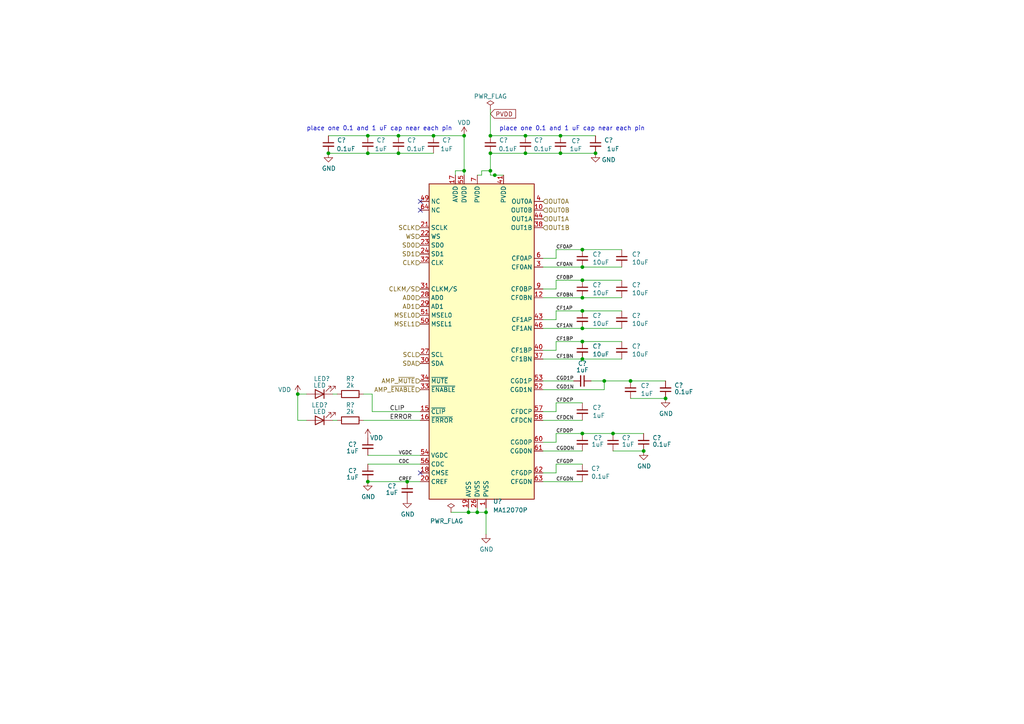
<source format=kicad_sch>
(kicad_sch (version 20211123) (generator eeschema)

  (uuid f9543e90-f641-459d-b92a-f852aff8b31f)

  (paper "A4")

  (lib_symbols
    (symbol "Device:C_Small" (pin_numbers hide) (pin_names (offset 0.254) hide) (in_bom yes) (on_board yes)
      (property "Reference" "C" (id 0) (at 0.254 1.778 0)
        (effects (font (size 1.27 1.27)) (justify left))
      )
      (property "Value" "C_Small" (id 1) (at 0.254 -2.032 0)
        (effects (font (size 1.27 1.27)) (justify left))
      )
      (property "Footprint" "" (id 2) (at 0 0 0)
        (effects (font (size 1.27 1.27)) hide)
      )
      (property "Datasheet" "~" (id 3) (at 0 0 0)
        (effects (font (size 1.27 1.27)) hide)
      )
      (property "ki_keywords" "capacitor cap" (id 4) (at 0 0 0)
        (effects (font (size 1.27 1.27)) hide)
      )
      (property "ki_description" "Unpolarized capacitor, small symbol" (id 5) (at 0 0 0)
        (effects (font (size 1.27 1.27)) hide)
      )
      (property "ki_fp_filters" "C_*" (id 6) (at 0 0 0)
        (effects (font (size 1.27 1.27)) hide)
      )
      (symbol "C_Small_0_1"
        (polyline
          (pts
            (xy -1.524 -0.508)
            (xy 1.524 -0.508)
          )
          (stroke (width 0.3302) (type default) (color 0 0 0 0))
          (fill (type none))
        )
        (polyline
          (pts
            (xy -1.524 0.508)
            (xy 1.524 0.508)
          )
          (stroke (width 0.3048) (type default) (color 0 0 0 0))
          (fill (type none))
        )
      )
      (symbol "C_Small_1_1"
        (pin passive line (at 0 2.54 270) (length 2.032)
          (name "~" (effects (font (size 1.27 1.27))))
          (number "1" (effects (font (size 1.27 1.27))))
        )
        (pin passive line (at 0 -2.54 90) (length 2.032)
          (name "~" (effects (font (size 1.27 1.27))))
          (number "2" (effects (font (size 1.27 1.27))))
        )
      )
    )
    (symbol "Device:LED" (pin_numbers hide) (pin_names (offset 1.016) hide) (in_bom yes) (on_board yes)
      (property "Reference" "D" (id 0) (at 0 2.54 0)
        (effects (font (size 1.27 1.27)))
      )
      (property "Value" "LED" (id 1) (at 0 -2.54 0)
        (effects (font (size 1.27 1.27)))
      )
      (property "Footprint" "" (id 2) (at 0 0 0)
        (effects (font (size 1.27 1.27)) hide)
      )
      (property "Datasheet" "~" (id 3) (at 0 0 0)
        (effects (font (size 1.27 1.27)) hide)
      )
      (property "ki_keywords" "LED diode" (id 4) (at 0 0 0)
        (effects (font (size 1.27 1.27)) hide)
      )
      (property "ki_description" "Light emitting diode" (id 5) (at 0 0 0)
        (effects (font (size 1.27 1.27)) hide)
      )
      (property "ki_fp_filters" "LED* LED_SMD:* LED_THT:*" (id 6) (at 0 0 0)
        (effects (font (size 1.27 1.27)) hide)
      )
      (symbol "LED_0_1"
        (polyline
          (pts
            (xy -1.27 -1.27)
            (xy -1.27 1.27)
          )
          (stroke (width 0.254) (type default) (color 0 0 0 0))
          (fill (type none))
        )
        (polyline
          (pts
            (xy -1.27 0)
            (xy 1.27 0)
          )
          (stroke (width 0) (type default) (color 0 0 0 0))
          (fill (type none))
        )
        (polyline
          (pts
            (xy 1.27 -1.27)
            (xy 1.27 1.27)
            (xy -1.27 0)
            (xy 1.27 -1.27)
          )
          (stroke (width 0.254) (type default) (color 0 0 0 0))
          (fill (type none))
        )
        (polyline
          (pts
            (xy -3.048 -0.762)
            (xy -4.572 -2.286)
            (xy -3.81 -2.286)
            (xy -4.572 -2.286)
            (xy -4.572 -1.524)
          )
          (stroke (width 0) (type default) (color 0 0 0 0))
          (fill (type none))
        )
        (polyline
          (pts
            (xy -1.778 -0.762)
            (xy -3.302 -2.286)
            (xy -2.54 -2.286)
            (xy -3.302 -2.286)
            (xy -3.302 -1.524)
          )
          (stroke (width 0) (type default) (color 0 0 0 0))
          (fill (type none))
        )
      )
      (symbol "LED_1_1"
        (pin passive line (at -3.81 0 0) (length 2.54)
          (name "K" (effects (font (size 1.27 1.27))))
          (number "1" (effects (font (size 1.27 1.27))))
        )
        (pin passive line (at 3.81 0 180) (length 2.54)
          (name "A" (effects (font (size 1.27 1.27))))
          (number "2" (effects (font (size 1.27 1.27))))
        )
      )
    )
    (symbol "Device:R" (pin_numbers hide) (pin_names (offset 0)) (in_bom yes) (on_board yes)
      (property "Reference" "R" (id 0) (at 2.032 0 90)
        (effects (font (size 1.27 1.27)))
      )
      (property "Value" "R" (id 1) (at 0 0 90)
        (effects (font (size 1.27 1.27)))
      )
      (property "Footprint" "" (id 2) (at -1.778 0 90)
        (effects (font (size 1.27 1.27)) hide)
      )
      (property "Datasheet" "~" (id 3) (at 0 0 0)
        (effects (font (size 1.27 1.27)) hide)
      )
      (property "ki_keywords" "R res resistor" (id 4) (at 0 0 0)
        (effects (font (size 1.27 1.27)) hide)
      )
      (property "ki_description" "Resistor" (id 5) (at 0 0 0)
        (effects (font (size 1.27 1.27)) hide)
      )
      (property "ki_fp_filters" "R_*" (id 6) (at 0 0 0)
        (effects (font (size 1.27 1.27)) hide)
      )
      (symbol "R_0_1"
        (rectangle (start -1.016 -2.54) (end 1.016 2.54)
          (stroke (width 0.254) (type default) (color 0 0 0 0))
          (fill (type none))
        )
      )
      (symbol "R_1_1"
        (pin passive line (at 0 3.81 270) (length 1.27)
          (name "~" (effects (font (size 1.27 1.27))))
          (number "1" (effects (font (size 1.27 1.27))))
        )
        (pin passive line (at 0 -3.81 90) (length 1.27)
          (name "~" (effects (font (size 1.27 1.27))))
          (number "2" (effects (font (size 1.27 1.27))))
        )
      )
    )
    (symbol "power:GND" (power) (pin_names (offset 0)) (in_bom yes) (on_board yes)
      (property "Reference" "#PWR" (id 0) (at 0 -6.35 0)
        (effects (font (size 1.27 1.27)) hide)
      )
      (property "Value" "GND" (id 1) (at 0 -3.81 0)
        (effects (font (size 1.27 1.27)))
      )
      (property "Footprint" "" (id 2) (at 0 0 0)
        (effects (font (size 1.27 1.27)) hide)
      )
      (property "Datasheet" "" (id 3) (at 0 0 0)
        (effects (font (size 1.27 1.27)) hide)
      )
      (property "ki_keywords" "power-flag" (id 4) (at 0 0 0)
        (effects (font (size 1.27 1.27)) hide)
      )
      (property "ki_description" "Power symbol creates a global label with name \"GND\" , ground" (id 5) (at 0 0 0)
        (effects (font (size 1.27 1.27)) hide)
      )
      (symbol "GND_0_1"
        (polyline
          (pts
            (xy 0 0)
            (xy 0 -1.27)
            (xy 1.27 -1.27)
            (xy 0 -2.54)
            (xy -1.27 -1.27)
            (xy 0 -1.27)
          )
          (stroke (width 0) (type default) (color 0 0 0 0))
          (fill (type none))
        )
      )
      (symbol "GND_1_1"
        (pin power_in line (at 0 0 270) (length 0) hide
          (name "GND" (effects (font (size 1.27 1.27))))
          (number "1" (effects (font (size 1.27 1.27))))
        )
      )
    )
    (symbol "power:PWR_FLAG" (power) (pin_numbers hide) (pin_names (offset 0) hide) (in_bom yes) (on_board yes)
      (property "Reference" "#FLG" (id 0) (at 0 1.905 0)
        (effects (font (size 1.27 1.27)) hide)
      )
      (property "Value" "PWR_FLAG" (id 1) (at 0 3.81 0)
        (effects (font (size 1.27 1.27)))
      )
      (property "Footprint" "" (id 2) (at 0 0 0)
        (effects (font (size 1.27 1.27)) hide)
      )
      (property "Datasheet" "~" (id 3) (at 0 0 0)
        (effects (font (size 1.27 1.27)) hide)
      )
      (property "ki_keywords" "power-flag" (id 4) (at 0 0 0)
        (effects (font (size 1.27 1.27)) hide)
      )
      (property "ki_description" "Special symbol for telling ERC where power comes from" (id 5) (at 0 0 0)
        (effects (font (size 1.27 1.27)) hide)
      )
      (symbol "PWR_FLAG_0_0"
        (pin power_out line (at 0 0 90) (length 0)
          (name "pwr" (effects (font (size 1.27 1.27))))
          (number "1" (effects (font (size 1.27 1.27))))
        )
      )
      (symbol "PWR_FLAG_0_1"
        (polyline
          (pts
            (xy 0 0)
            (xy 0 1.27)
            (xy -1.016 1.905)
            (xy 0 2.54)
            (xy 1.016 1.905)
            (xy 0 1.27)
          )
          (stroke (width 0) (type default) (color 0 0 0 0))
          (fill (type none))
        )
      )
    )
    (symbol "power:VDD" (power) (pin_names (offset 0)) (in_bom yes) (on_board yes)
      (property "Reference" "#PWR" (id 0) (at 0 -3.81 0)
        (effects (font (size 1.27 1.27)) hide)
      )
      (property "Value" "VDD" (id 1) (at 0 3.81 0)
        (effects (font (size 1.27 1.27)))
      )
      (property "Footprint" "" (id 2) (at 0 0 0)
        (effects (font (size 1.27 1.27)) hide)
      )
      (property "Datasheet" "" (id 3) (at 0 0 0)
        (effects (font (size 1.27 1.27)) hide)
      )
      (property "ki_keywords" "power-flag" (id 4) (at 0 0 0)
        (effects (font (size 1.27 1.27)) hide)
      )
      (property "ki_description" "Power symbol creates a global label with name \"VDD\"" (id 5) (at 0 0 0)
        (effects (font (size 1.27 1.27)) hide)
      )
      (symbol "VDD_0_1"
        (polyline
          (pts
            (xy -0.762 1.27)
            (xy 0 2.54)
          )
          (stroke (width 0) (type default) (color 0 0 0 0))
          (fill (type none))
        )
        (polyline
          (pts
            (xy 0 0)
            (xy 0 2.54)
          )
          (stroke (width 0) (type default) (color 0 0 0 0))
          (fill (type none))
        )
        (polyline
          (pts
            (xy 0 2.54)
            (xy 0.762 1.27)
          )
          (stroke (width 0) (type default) (color 0 0 0 0))
          (fill (type none))
        )
      )
      (symbol "VDD_1_1"
        (pin power_in line (at 0 0 90) (length 0) hide
          (name "VDD" (effects (font (size 1.27 1.27))))
          (number "1" (effects (font (size 1.27 1.27))))
        )
      )
    )
    (symbol "project_symbols:MA12070P" (in_bom yes) (on_board yes)
      (property "Reference" "U" (id 0) (at -10.16 44.45 0)
        (effects (font (size 1.27 1.27)) (justify left))
      )
      (property "Value" "MA12070P" (id 1) (at 3.81 44.45 0)
        (effects (font (size 1.27 1.27)) (justify left))
      )
      (property "Footprint" "Package_DFN_QFN:QFN-64-1EP_9x9mm_P0.5mm_EP5.45x5.45mm" (id 2) (at 0 0 0)
        (effects (font (size 1.27 1.27) italic) hide)
      )
      (property "Datasheet" "https://www.infineon.com/dgdl/Infineon-MA12070P-DS-v01_00-EN.pdf?fileId=5546d46264a8de7e0164b761f2f261e4" (id 3) (at 0 0 0)
        (effects (font (size 1.27 1.27)) hide)
      )
      (property "ki_keywords" "integrated class d amplifier" (id 4) (at 0 0 0)
        (effects (font (size 1.27 1.27)) hide)
      )
      (property "ki_description" "Filterless and High-Efficiency +4V to +26V Audio Amplifier with I2S Digital Input, QFN-64" (id 5) (at 0 0 0)
        (effects (font (size 1.27 1.27)) hide)
      )
      (property "ki_fp_filters" "QFN*1EP*9x9mm*P0.5mm*" (id 6) (at 0 0 0)
        (effects (font (size 1.27 1.27)) hide)
      )
      (symbol "MA12070P_0_1"
        (rectangle (start -13.97 45.72) (end 16.51 -45.72)
          (stroke (width 0.254) (type default) (color 0 0 0 0))
          (fill (type background))
        )
      )
      (symbol "MA12070P_1_1"
        (pin power_in line (at 2.54 -48.26 90) (length 2.54)
          (name "PVSS" (effects (font (size 1.27 1.27))))
          (number "1" (effects (font (size 1.27 1.27))))
        )
        (pin output line (at 19.05 38.1 180) (length 2.54)
          (name "OUT0B" (effects (font (size 1.27 1.27))))
          (number "10" (effects (font (size 1.27 1.27))))
        )
        (pin passive line (at 19.05 38.1 180) (length 2.54) hide
          (name "OUT0B" (effects (font (size 1.27 1.27))))
          (number "11" (effects (font (size 1.27 1.27))))
        )
        (pin passive line (at 19.05 12.7 180) (length 2.54)
          (name "CF0BN" (effects (font (size 1.27 1.27))))
          (number "12" (effects (font (size 1.27 1.27))))
        )
        (pin passive line (at 2.54 -48.26 90) (length 2.54) hide
          (name "PVSS" (effects (font (size 1.27 1.27))))
          (number "13" (effects (font (size 1.27 1.27))))
        )
        (pin passive line (at 2.54 -48.26 90) (length 2.54) hide
          (name "PVSS" (effects (font (size 1.27 1.27))))
          (number "14" (effects (font (size 1.27 1.27))))
        )
        (pin output line (at -16.51 -20.32 0) (length 2.54)
          (name "~{CLIP}" (effects (font (size 1.27 1.27))))
          (number "15" (effects (font (size 1.27 1.27))))
        )
        (pin output line (at -16.51 -22.86 0) (length 2.54)
          (name "~{ERROR}" (effects (font (size 1.27 1.27))))
          (number "16" (effects (font (size 1.27 1.27))))
        )
        (pin power_in line (at -6.35 48.26 270) (length 2.54)
          (name "AVDD" (effects (font (size 1.27 1.27))))
          (number "17" (effects (font (size 1.27 1.27))))
        )
        (pin passive line (at -16.51 -38.1 0) (length 2.54)
          (name "CMSE" (effects (font (size 1.27 1.27))))
          (number "18" (effects (font (size 1.27 1.27))))
        )
        (pin power_in line (at -2.54 -48.26 90) (length 2.54)
          (name "AVSS" (effects (font (size 1.27 1.27))))
          (number "19" (effects (font (size 1.27 1.27))))
        )
        (pin passive line (at 2.54 -48.26 90) (length 2.54) hide
          (name "PVSS" (effects (font (size 1.27 1.27))))
          (number "2" (effects (font (size 1.27 1.27))))
        )
        (pin passive line (at -16.51 -40.64 0) (length 2.54)
          (name "CREF" (effects (font (size 1.27 1.27))))
          (number "20" (effects (font (size 1.27 1.27))))
        )
        (pin input line (at -16.51 33.02 0) (length 2.54)
          (name "SCLK" (effects (font (size 1.27 1.27))))
          (number "21" (effects (font (size 1.27 1.27))))
        )
        (pin input line (at -16.51 30.48 0) (length 2.54)
          (name "WS" (effects (font (size 1.27 1.27))))
          (number "22" (effects (font (size 1.27 1.27))))
        )
        (pin input line (at -16.51 27.94 0) (length 2.54)
          (name "SD0" (effects (font (size 1.27 1.27))))
          (number "23" (effects (font (size 1.27 1.27))))
        )
        (pin input line (at -16.51 25.4 0) (length 2.54)
          (name "SD1" (effects (font (size 1.27 1.27))))
          (number "24" (effects (font (size 1.27 1.27))))
        )
        (pin passive line (at -2.54 -48.26 90) (length 2.54) hide
          (name "AVSS" (effects (font (size 1.27 1.27))))
          (number "25" (effects (font (size 1.27 1.27))))
        )
        (pin power_in line (at 0 -48.26 90) (length 2.54)
          (name "DVSS" (effects (font (size 1.27 1.27))))
          (number "26" (effects (font (size 1.27 1.27))))
        )
        (pin input line (at -16.51 -3.81 0) (length 2.54)
          (name "SCL" (effects (font (size 1.27 1.27))))
          (number "27" (effects (font (size 1.27 1.27))))
        )
        (pin input line (at -16.51 12.7 0) (length 2.54)
          (name "AD0" (effects (font (size 1.27 1.27))))
          (number "28" (effects (font (size 1.27 1.27))))
        )
        (pin input line (at -16.51 10.16 0) (length 2.54)
          (name "AD1" (effects (font (size 1.27 1.27))))
          (number "29" (effects (font (size 1.27 1.27))))
        )
        (pin passive line (at 19.05 21.59 180) (length 2.54)
          (name "CF0AN" (effects (font (size 1.27 1.27))))
          (number "3" (effects (font (size 1.27 1.27))))
        )
        (pin bidirectional line (at -16.51 -6.35 0) (length 2.54)
          (name "SDA" (effects (font (size 1.27 1.27))))
          (number "30" (effects (font (size 1.27 1.27))))
        )
        (pin input line (at -16.51 15.24 0) (length 2.54)
          (name "CLKM/S" (effects (font (size 1.27 1.27))))
          (number "31" (effects (font (size 1.27 1.27))))
        )
        (pin input line (at -16.51 22.86 0) (length 2.54)
          (name "CLK" (effects (font (size 1.27 1.27))))
          (number "32" (effects (font (size 1.27 1.27))))
        )
        (pin input line (at -16.51 -13.97 0) (length 2.54)
          (name "~{ENABLE}" (effects (font (size 1.27 1.27))))
          (number "33" (effects (font (size 1.27 1.27))))
        )
        (pin input line (at -16.51 -11.43 0) (length 2.54)
          (name "~{MUTE}" (effects (font (size 1.27 1.27))))
          (number "34" (effects (font (size 1.27 1.27))))
        )
        (pin passive line (at 2.54 -48.26 90) (length 2.54) hide
          (name "PVSS" (effects (font (size 1.27 1.27))))
          (number "35" (effects (font (size 1.27 1.27))))
        )
        (pin passive line (at 2.54 -48.26 90) (length 2.54) hide
          (name "PVSS" (effects (font (size 1.27 1.27))))
          (number "36" (effects (font (size 1.27 1.27))))
        )
        (pin passive line (at 19.05 -5.08 180) (length 2.54)
          (name "CF1BN" (effects (font (size 1.27 1.27))))
          (number "37" (effects (font (size 1.27 1.27))))
        )
        (pin output line (at 19.05 33.02 180) (length 2.54)
          (name "OUT1B" (effects (font (size 1.27 1.27))))
          (number "38" (effects (font (size 1.27 1.27))))
        )
        (pin passive line (at 19.05 33.02 180) (length 2.54) hide
          (name "OUT1B" (effects (font (size 1.27 1.27))))
          (number "39" (effects (font (size 1.27 1.27))))
        )
        (pin output line (at 19.05 40.64 180) (length 2.54)
          (name "OUT0A" (effects (font (size 1.27 1.27))))
          (number "4" (effects (font (size 1.27 1.27))))
        )
        (pin passive line (at 19.05 -2.54 180) (length 2.54)
          (name "CF1BP" (effects (font (size 1.27 1.27))))
          (number "40" (effects (font (size 1.27 1.27))))
        )
        (pin power_in line (at 7.62 48.26 270) (length 2.54)
          (name "PVDD" (effects (font (size 1.27 1.27))))
          (number "41" (effects (font (size 1.27 1.27))))
        )
        (pin passive line (at 5.08 48.26 270) (length 2.54) hide
          (name "PVDD" (effects (font (size 1.27 1.27))))
          (number "42" (effects (font (size 1.27 1.27))))
        )
        (pin passive line (at 19.05 6.35 180) (length 2.54)
          (name "CF1AP" (effects (font (size 1.27 1.27))))
          (number "43" (effects (font (size 1.27 1.27))))
        )
        (pin output line (at 19.05 35.56 180) (length 2.54)
          (name "OUT1A" (effects (font (size 1.27 1.27))))
          (number "44" (effects (font (size 1.27 1.27))))
        )
        (pin passive line (at 19.05 35.56 180) (length 2.54) hide
          (name "OUT1A" (effects (font (size 1.27 1.27))))
          (number "45" (effects (font (size 1.27 1.27))))
        )
        (pin passive line (at 19.05 3.81 180) (length 2.54)
          (name "CF1AN" (effects (font (size 1.27 1.27))))
          (number "46" (effects (font (size 1.27 1.27))))
        )
        (pin passive line (at 2.54 -48.26 90) (length 2.54) hide
          (name "PVSS" (effects (font (size 1.27 1.27))))
          (number "47" (effects (font (size 1.27 1.27))))
        )
        (pin passive line (at 2.54 -48.26 90) (length 2.54) hide
          (name "PVSS" (effects (font (size 1.27 1.27))))
          (number "48" (effects (font (size 1.27 1.27))))
        )
        (pin passive line (at -16.51 40.64 0) (length 2.54)
          (name "NC" (effects (font (size 1.27 1.27))))
          (number "49" (effects (font (size 1.27 1.27))))
        )
        (pin passive line (at 19.05 40.64 180) (length 2.54) hide
          (name "OUT0A" (effects (font (size 1.27 1.27))))
          (number "5" (effects (font (size 1.27 1.27))))
        )
        (pin input line (at -16.51 5.08 0) (length 2.54)
          (name "MSEL1" (effects (font (size 1.27 1.27))))
          (number "50" (effects (font (size 1.27 1.27))))
        )
        (pin input line (at -16.51 7.62 0) (length 2.54)
          (name "MSEL0" (effects (font (size 1.27 1.27))))
          (number "51" (effects (font (size 1.27 1.27))))
        )
        (pin passive line (at 19.05 -13.97 180) (length 2.54)
          (name "CGD1N" (effects (font (size 1.27 1.27))))
          (number "52" (effects (font (size 1.27 1.27))))
        )
        (pin passive line (at 19.05 -11.43 180) (length 2.54)
          (name "CGD1P" (effects (font (size 1.27 1.27))))
          (number "53" (effects (font (size 1.27 1.27))))
        )
        (pin passive line (at -16.51 -33.02 0) (length 2.54)
          (name "VGDC" (effects (font (size 1.27 1.27))))
          (number "54" (effects (font (size 1.27 1.27))))
        )
        (pin power_in line (at -3.81 48.26 270) (length 2.54)
          (name "DVDD" (effects (font (size 1.27 1.27))))
          (number "55" (effects (font (size 1.27 1.27))))
        )
        (pin passive line (at -16.51 -35.56 0) (length 2.54)
          (name "CDC" (effects (font (size 1.27 1.27))))
          (number "56" (effects (font (size 1.27 1.27))))
        )
        (pin passive line (at 19.05 -20.32 180) (length 2.54)
          (name "CFDCP" (effects (font (size 1.27 1.27))))
          (number "57" (effects (font (size 1.27 1.27))))
        )
        (pin passive line (at 19.05 -22.86 180) (length 2.54)
          (name "CFDCN" (effects (font (size 1.27 1.27))))
          (number "58" (effects (font (size 1.27 1.27))))
        )
        (pin passive line (at 0 -48.26 90) (length 2.54) hide
          (name "DVSS" (effects (font (size 1.27 1.27))))
          (number "59" (effects (font (size 1.27 1.27))))
        )
        (pin passive line (at 19.05 24.13 180) (length 2.54)
          (name "CF0AP" (effects (font (size 1.27 1.27))))
          (number "6" (effects (font (size 1.27 1.27))))
        )
        (pin passive line (at 19.05 -29.21 180) (length 2.54)
          (name "CGD0P" (effects (font (size 1.27 1.27))))
          (number "60" (effects (font (size 1.27 1.27))))
        )
        (pin passive line (at 19.05 -31.75 180) (length 2.54)
          (name "CGD0N" (effects (font (size 1.27 1.27))))
          (number "61" (effects (font (size 1.27 1.27))))
        )
        (pin passive line (at 19.05 -38.1 180) (length 2.54)
          (name "CFGDP" (effects (font (size 1.27 1.27))))
          (number "62" (effects (font (size 1.27 1.27))))
        )
        (pin passive line (at 19.05 -40.64 180) (length 2.54)
          (name "CFGDN" (effects (font (size 1.27 1.27))))
          (number "63" (effects (font (size 1.27 1.27))))
        )
        (pin passive line (at -16.51 38.1 0) (length 2.54)
          (name "NC" (effects (font (size 1.27 1.27))))
          (number "64" (effects (font (size 1.27 1.27))))
        )
        (pin power_in line (at 0 48.26 270) (length 2.54)
          (name "PVDD" (effects (font (size 1.27 1.27))))
          (number "7" (effects (font (size 1.27 1.27))))
        )
        (pin passive line (at 2.54 48.26 270) (length 2.54) hide
          (name "PVDD" (effects (font (size 1.27 1.27))))
          (number "8" (effects (font (size 1.27 1.27))))
        )
        (pin passive line (at 19.05 15.24 180) (length 2.54)
          (name "CF0BP" (effects (font (size 1.27 1.27))))
          (number "9" (effects (font (size 1.27 1.27))))
        )
      )
    )
  )

  (junction (at 162.56 44.45) (diameter 0) (color 0 0 0 0)
    (uuid 049ad91f-c1ee-4268-bbda-5c3a23df3915)
  )
  (junction (at 168.91 86.36) (diameter 0) (color 0 0 0 0)
    (uuid 06d84810-f971-4358-b6a4-93d1c6192b70)
  )
  (junction (at 168.91 81.28) (diameter 0) (color 0 0 0 0)
    (uuid 0dd4070a-4ff0-4372-987b-31b17943f15d)
  )
  (junction (at 162.56 39.37) (diameter 0) (color 0 0 0 0)
    (uuid 0fc9e31a-b52e-4934-abeb-5090dc264905)
  )
  (junction (at 95.25 44.45) (diameter 0) (color 0 0 0 0)
    (uuid 101524c9-f100-4612-843f-2b8f26164b7d)
  )
  (junction (at 152.4 39.37) (diameter 0) (color 0 0 0 0)
    (uuid 11d1e969-2aca-448f-a07d-396e134ae208)
  )
  (junction (at 168.91 125.73) (diameter 0) (color 0 0 0 0)
    (uuid 147e5975-62bf-411d-baba-be1646465581)
  )
  (junction (at 168.91 72.39) (diameter 0) (color 0 0 0 0)
    (uuid 1c31a1be-9fd5-46ed-b3b5-72f1343867ec)
  )
  (junction (at 168.91 77.47) (diameter 0) (color 0 0 0 0)
    (uuid 2068def7-75a5-491d-a21f-50c1711c19be)
  )
  (junction (at 115.57 39.37) (diameter 0) (color 0 0 0 0)
    (uuid 2d95bf8a-6db4-4135-88f2-1bedf8169411)
  )
  (junction (at 138.43 148.59) (diameter 0) (color 0 0 0 0)
    (uuid 31f127fa-0439-4f7c-b9eb-170839f57f64)
  )
  (junction (at 140.97 148.59) (diameter 0) (color 0 0 0 0)
    (uuid 39e44ac3-65b6-4216-b599-2f427e8b91b2)
  )
  (junction (at 143.51 50.8) (diameter 0) (color 0 0 0 0)
    (uuid 419e50bd-4141-4963-9e83-6cc9d037a820)
  )
  (junction (at 152.4 44.45) (diameter 0) (color 0 0 0 0)
    (uuid 4aa6ed1a-952a-4840-b81f-b1e4139386b0)
  )
  (junction (at 168.91 104.14) (diameter 0) (color 0 0 0 0)
    (uuid 529a3a0d-f648-48bf-b93f-55e4a604cc16)
  )
  (junction (at 106.68 139.7) (diameter 0) (color 0 0 0 0)
    (uuid 62d01bf1-67b4-41aa-98a8-cfbdb46b9290)
  )
  (junction (at 118.11 139.7) (diameter 0) (color 0 0 0 0)
    (uuid 6deadcad-ba8e-4ee3-bda7-452b03a1b1eb)
  )
  (junction (at 193.04 115.57) (diameter 0) (color 0 0 0 0)
    (uuid 7042e524-27aa-42b6-b0cb-1032ee8609bc)
  )
  (junction (at 168.91 90.17) (diameter 0) (color 0 0 0 0)
    (uuid 71227e12-01f4-42ba-b976-4e20c1a331ea)
  )
  (junction (at 142.24 49.53) (diameter 0) (color 0 0 0 0)
    (uuid 926d7240-f857-4605-9ccf-c3450fb4b6bf)
  )
  (junction (at 182.88 110.49) (diameter 0) (color 0 0 0 0)
    (uuid 9fb4c113-8e69-4f8a-94a1-311bfaa2096c)
  )
  (junction (at 86.36 114.3) (diameter 0) (color 0 0 0 0)
    (uuid a544da5e-a010-4e62-ac97-1521e476c095)
  )
  (junction (at 177.8 125.73) (diameter 0) (color 0 0 0 0)
    (uuid b19d42e7-11e8-4115-982f-1a985c5a6cdc)
  )
  (junction (at 125.73 39.37) (diameter 0) (color 0 0 0 0)
    (uuid ba34c58a-ccc3-430d-a7dd-338d416328c1)
  )
  (junction (at 134.62 39.37) (diameter 0) (color 0 0 0 0)
    (uuid bd4ed3bb-721f-496d-91cc-42a8af992e01)
  )
  (junction (at 106.68 39.37) (diameter 0) (color 0 0 0 0)
    (uuid c5cd037f-96e6-450d-be0c-e32aba71f38f)
  )
  (junction (at 134.62 49.53) (diameter 0) (color 0 0 0 0)
    (uuid c83f7de4-dcf7-4422-bab1-a90c7094e38f)
  )
  (junction (at 175.26 110.49) (diameter 0) (color 0 0 0 0)
    (uuid c910cd5f-7850-4b95-b825-131c48fd0034)
  )
  (junction (at 168.91 95.25) (diameter 0) (color 0 0 0 0)
    (uuid d02e16c2-44ac-46e7-a1ae-02a43eab446e)
  )
  (junction (at 172.72 44.45) (diameter 0) (color 0 0 0 0)
    (uuid d555969d-1aea-459e-bce6-184a5ca2273c)
  )
  (junction (at 168.91 99.06) (diameter 0) (color 0 0 0 0)
    (uuid d5e64f1f-6b13-4c21-8fe6-7b91abda23f9)
  )
  (junction (at 142.24 44.45) (diameter 0) (color 0 0 0 0)
    (uuid dbbe2742-9402-41ca-9115-296ccfdcc914)
  )
  (junction (at 186.69 130.81) (diameter 0) (color 0 0 0 0)
    (uuid e0c87227-a783-4843-a58f-e1fb89f15ffd)
  )
  (junction (at 135.89 148.59) (diameter 0) (color 0 0 0 0)
    (uuid e60a9ff7-77ed-47ba-8b19-d9fc496c2b6c)
  )
  (junction (at 142.24 39.37) (diameter 0) (color 0 0 0 0)
    (uuid ed11265c-2d64-44d9-889e-720da9e8be5b)
  )
  (junction (at 106.68 44.45) (diameter 0) (color 0 0 0 0)
    (uuid f25a2ac6-28eb-434a-934b-8405bd1e89df)
  )
  (junction (at 115.57 44.45) (diameter 0) (color 0 0 0 0)
    (uuid fbed20b3-c23f-4405-bc43-6ec7f1f2dcb2)
  )

  (no_connect (at 121.92 137.16) (uuid 0d4009b6-9383-41d3-a5f7-fbf377610b97))
  (no_connect (at 121.92 60.96) (uuid 3a9f5e66-846d-4967-88cf-9ee03c3e7e4d))
  (no_connect (at 121.92 58.42) (uuid d4048e95-6856-4372-9a98-3de7bde217fa))

  (wire (pts (xy 135.89 147.32) (xy 135.89 148.59))
    (stroke (width 0) (type default) (color 0 0 0 0))
    (uuid 058fbe5a-dbb6-48f8-9a8a-a6b611ebee07)
  )
  (wire (pts (xy 168.91 81.28) (xy 180.34 81.28))
    (stroke (width 0) (type default) (color 0 0 0 0))
    (uuid 07717773-04eb-4775-8d7f-34b153963d22)
  )
  (wire (pts (xy 130.81 148.59) (xy 135.89 148.59))
    (stroke (width 0) (type default) (color 0 0 0 0))
    (uuid 0aeaa51f-88b6-4be4-8240-5b8213c5c895)
  )
  (wire (pts (xy 139.7 49.53) (xy 142.24 49.53))
    (stroke (width 0) (type default) (color 0 0 0 0))
    (uuid 13d1e5b1-9986-49c6-bacd-f21d019f34fe)
  )
  (wire (pts (xy 115.57 39.37) (xy 125.73 39.37))
    (stroke (width 0) (type default) (color 0 0 0 0))
    (uuid 1504c447-d19c-478e-9371-3428c6cd308d)
  )
  (wire (pts (xy 157.48 110.49) (xy 166.37 110.49))
    (stroke (width 0) (type default) (color 0 0 0 0))
    (uuid 1513d8ef-d74d-44d5-b607-a55183d08506)
  )
  (wire (pts (xy 161.29 119.38) (xy 161.29 116.84))
    (stroke (width 0) (type default) (color 0 0 0 0))
    (uuid 156540f5-fced-4d3b-aff5-a67643890b16)
  )
  (wire (pts (xy 161.29 128.27) (xy 161.29 125.73))
    (stroke (width 0) (type default) (color 0 0 0 0))
    (uuid 176d4059-fa44-4e57-8f95-f746bf47095b)
  )
  (wire (pts (xy 139.7 50.8) (xy 139.7 49.53))
    (stroke (width 0) (type default) (color 0 0 0 0))
    (uuid 19433226-01e7-48f1-92b5-560435702d05)
  )
  (wire (pts (xy 157.48 128.27) (xy 161.29 128.27))
    (stroke (width 0) (type default) (color 0 0 0 0))
    (uuid 1a25923d-b841-4e78-8a26-04b671f47cbd)
  )
  (wire (pts (xy 168.91 90.17) (xy 180.34 90.17))
    (stroke (width 0) (type default) (color 0 0 0 0))
    (uuid 1a9abee9-1d61-4dc6-8b39-174b2decb3fc)
  )
  (wire (pts (xy 95.25 44.45) (xy 106.68 44.45))
    (stroke (width 0) (type default) (color 0 0 0 0))
    (uuid 1b5bf28f-f4a1-4562-8ae0-72aa2ccace65)
  )
  (wire (pts (xy 157.48 104.14) (xy 168.91 104.14))
    (stroke (width 0) (type default) (color 0 0 0 0))
    (uuid 1c226594-d66b-42b4-b370-4a3589a6d344)
  )
  (wire (pts (xy 186.69 130.81) (xy 177.8 130.81))
    (stroke (width 0) (type default) (color 0 0 0 0))
    (uuid 1e5b543e-10c3-44aa-8d19-249581781b37)
  )
  (wire (pts (xy 106.68 44.45) (xy 115.57 44.45))
    (stroke (width 0) (type default) (color 0 0 0 0))
    (uuid 23003cce-2efa-402f-afd3-41f432c9caae)
  )
  (wire (pts (xy 157.48 92.71) (xy 161.29 92.71))
    (stroke (width 0) (type default) (color 0 0 0 0))
    (uuid 23c4826c-1e82-437e-86d8-4270fcdc272a)
  )
  (wire (pts (xy 138.43 148.59) (xy 140.97 148.59))
    (stroke (width 0) (type default) (color 0 0 0 0))
    (uuid 270fb022-029a-4cc4-8615-b8d5a873938b)
  )
  (wire (pts (xy 132.08 50.8) (xy 132.08 49.53))
    (stroke (width 0) (type default) (color 0 0 0 0))
    (uuid 2a5f024c-1565-44af-ba18-c0f758e7a3de)
  )
  (wire (pts (xy 157.48 113.03) (xy 175.26 113.03))
    (stroke (width 0) (type default) (color 0 0 0 0))
    (uuid 30801434-5bb4-48d5-b07e-067825acd063)
  )
  (wire (pts (xy 168.91 125.73) (xy 177.8 125.73))
    (stroke (width 0) (type default) (color 0 0 0 0))
    (uuid 31aa6cb4-3ecc-4f5f-a422-e434b0ca343b)
  )
  (wire (pts (xy 157.48 137.16) (xy 161.29 137.16))
    (stroke (width 0) (type default) (color 0 0 0 0))
    (uuid 3c4e9100-4fe1-46e4-815d-41cc5133f28b)
  )
  (wire (pts (xy 157.48 95.25) (xy 168.91 95.25))
    (stroke (width 0) (type default) (color 0 0 0 0))
    (uuid 3fa42621-79f8-4ac6-a78f-0808aebfe525)
  )
  (wire (pts (xy 142.24 39.37) (xy 152.4 39.37))
    (stroke (width 0) (type default) (color 0 0 0 0))
    (uuid 42cf5ae0-503a-4bef-9e7d-8e3b5eb17ffe)
  )
  (wire (pts (xy 161.29 99.06) (xy 161.29 101.6))
    (stroke (width 0) (type default) (color 0 0 0 0))
    (uuid 45264c0f-21d2-490e-a34e-cd95330fed42)
  )
  (wire (pts (xy 86.36 114.3) (xy 88.9 114.3))
    (stroke (width 0) (type default) (color 0 0 0 0))
    (uuid 4bed1924-2b4e-4100-9cfd-6c2f6efe78c7)
  )
  (wire (pts (xy 157.48 121.92) (xy 168.91 121.92))
    (stroke (width 0) (type default) (color 0 0 0 0))
    (uuid 4e307415-f933-43a4-8bd2-4bbe2c92f624)
  )
  (wire (pts (xy 161.29 72.39) (xy 168.91 72.39))
    (stroke (width 0) (type default) (color 0 0 0 0))
    (uuid 4ed7edf8-6bf8-469e-a77a-a3f8f6e1453f)
  )
  (wire (pts (xy 161.29 125.73) (xy 168.91 125.73))
    (stroke (width 0) (type default) (color 0 0 0 0))
    (uuid 4f80c85d-16cd-4045-8ea6-15ef7f41f004)
  )
  (wire (pts (xy 157.48 86.36) (xy 168.91 86.36))
    (stroke (width 0) (type default) (color 0 0 0 0))
    (uuid 55823772-c8ba-4ec0-93a3-ff9bebb9d5a5)
  )
  (wire (pts (xy 157.48 119.38) (xy 161.29 119.38))
    (stroke (width 0) (type default) (color 0 0 0 0))
    (uuid 572554d1-efa9-45e3-9636-2fac10087862)
  )
  (wire (pts (xy 161.29 74.93) (xy 157.48 74.93))
    (stroke (width 0) (type default) (color 0 0 0 0))
    (uuid 5758c599-b7ed-4195-a4f5-fc5121cf8a64)
  )
  (wire (pts (xy 161.29 81.28) (xy 161.29 83.82))
    (stroke (width 0) (type default) (color 0 0 0 0))
    (uuid 5ee58874-d9bd-4a8f-ac94-c9ea38dc0fec)
  )
  (wire (pts (xy 168.91 99.06) (xy 180.34 99.06))
    (stroke (width 0) (type default) (color 0 0 0 0))
    (uuid 62a7bf32-c654-41fa-96d6-0fbb6c8e8d12)
  )
  (wire (pts (xy 106.68 39.37) (xy 115.57 39.37))
    (stroke (width 0) (type default) (color 0 0 0 0))
    (uuid 62b793f0-5041-42eb-beaf-fea681d378b4)
  )
  (wire (pts (xy 157.48 139.7) (xy 168.91 139.7))
    (stroke (width 0) (type default) (color 0 0 0 0))
    (uuid 6697b3cd-83e9-4608-93ed-e8992898df52)
  )
  (wire (pts (xy 118.11 139.7) (xy 121.92 139.7))
    (stroke (width 0) (type default) (color 0 0 0 0))
    (uuid 6c9f9530-6ffb-4021-8e02-e64a686a598a)
  )
  (wire (pts (xy 142.24 50.8) (xy 143.51 50.8))
    (stroke (width 0) (type default) (color 0 0 0 0))
    (uuid 6cc24ed7-d94a-42e3-8d4f-d9ac89a30a5f)
  )
  (wire (pts (xy 171.45 110.49) (xy 175.26 110.49))
    (stroke (width 0) (type default) (color 0 0 0 0))
    (uuid 6df72fcf-ecc0-4284-95cd-c6b8d7b83183)
  )
  (wire (pts (xy 105.41 114.3) (xy 107.95 114.3))
    (stroke (width 0) (type default) (color 0 0 0 0))
    (uuid 6e1edc93-0146-40cb-9d12-de7799a629e6)
  )
  (wire (pts (xy 177.8 125.73) (xy 186.69 125.73))
    (stroke (width 0) (type default) (color 0 0 0 0))
    (uuid 719cc334-6f1d-4ea6-a909-df480980be64)
  )
  (wire (pts (xy 168.91 104.14) (xy 180.34 104.14))
    (stroke (width 0) (type default) (color 0 0 0 0))
    (uuid 74986712-d1d5-46f2-aeab-abc0020b5faf)
  )
  (wire (pts (xy 157.48 130.81) (xy 168.91 130.81))
    (stroke (width 0) (type default) (color 0 0 0 0))
    (uuid 76043c21-4a1e-4c16-ac45-83c6a874d26e)
  )
  (wire (pts (xy 138.43 50.8) (xy 139.7 50.8))
    (stroke (width 0) (type default) (color 0 0 0 0))
    (uuid 79a76103-a786-48a9-b523-22023da4783e)
  )
  (wire (pts (xy 105.41 121.92) (xy 121.92 121.92))
    (stroke (width 0) (type default) (color 0 0 0 0))
    (uuid 7b032d80-3378-487d-b170-d270715f54ca)
  )
  (wire (pts (xy 168.91 95.25) (xy 180.34 95.25))
    (stroke (width 0) (type default) (color 0 0 0 0))
    (uuid 7b2dbe5e-008e-4501-ad26-5beced197adf)
  )
  (wire (pts (xy 162.56 44.45) (xy 172.72 44.45))
    (stroke (width 0) (type default) (color 0 0 0 0))
    (uuid 7f9542db-6bca-4f66-bfee-ba49cf4542d6)
  )
  (wire (pts (xy 107.95 119.38) (xy 121.92 119.38))
    (stroke (width 0) (type default) (color 0 0 0 0))
    (uuid 857c94f9-614c-403c-87c5-8ed8ebc07f5d)
  )
  (wire (pts (xy 95.25 39.37) (xy 106.68 39.37))
    (stroke (width 0) (type default) (color 0 0 0 0))
    (uuid 8921a7af-1f19-41d3-97f3-8d582daab202)
  )
  (wire (pts (xy 161.29 134.62) (xy 168.91 134.62))
    (stroke (width 0) (type default) (color 0 0 0 0))
    (uuid 8bd063f7-42eb-4d38-a5cb-452093288452)
  )
  (wire (pts (xy 106.68 139.7) (xy 118.11 139.7))
    (stroke (width 0) (type default) (color 0 0 0 0))
    (uuid 8c4fdfc1-cdd1-41cf-b052-b34b77d5fa87)
  )
  (wire (pts (xy 115.57 44.45) (xy 125.73 44.45))
    (stroke (width 0) (type default) (color 0 0 0 0))
    (uuid 9286e5b0-8dde-40b7-a0ba-dc6a118399fa)
  )
  (wire (pts (xy 157.48 101.6) (xy 161.29 101.6))
    (stroke (width 0) (type default) (color 0 0 0 0))
    (uuid 988778d0-9b7d-4e26-9fc6-966641155194)
  )
  (wire (pts (xy 182.88 115.57) (xy 193.04 115.57))
    (stroke (width 0) (type default) (color 0 0 0 0))
    (uuid 9cefa013-f6c5-4b16-9ea7-cbce6a3e0163)
  )
  (wire (pts (xy 182.88 110.49) (xy 193.04 110.49))
    (stroke (width 0) (type default) (color 0 0 0 0))
    (uuid a0887699-b738-4275-a2e3-ace6fe3370f6)
  )
  (wire (pts (xy 97.79 114.3) (xy 96.52 114.3))
    (stroke (width 0) (type default) (color 0 0 0 0))
    (uuid a31b87fc-ac74-4fa4-b637-3ada34853b96)
  )
  (wire (pts (xy 106.68 134.62) (xy 121.92 134.62))
    (stroke (width 0) (type default) (color 0 0 0 0))
    (uuid a9b2ba27-f6cd-40dc-8f51-97826e5a3ca3)
  )
  (wire (pts (xy 132.08 49.53) (xy 134.62 49.53))
    (stroke (width 0) (type default) (color 0 0 0 0))
    (uuid ab4f6a69-9d1c-4745-9222-1590d6691788)
  )
  (wire (pts (xy 97.79 121.92) (xy 96.52 121.92))
    (stroke (width 0) (type default) (color 0 0 0 0))
    (uuid ac362d78-0469-4cf8-8c32-6f9d9893441b)
  )
  (wire (pts (xy 135.89 148.59) (xy 138.43 148.59))
    (stroke (width 0) (type default) (color 0 0 0 0))
    (uuid ad6e6709-a1ff-48cb-9339-82175a8aed2b)
  )
  (wire (pts (xy 161.29 90.17) (xy 168.91 90.17))
    (stroke (width 0) (type default) (color 0 0 0 0))
    (uuid aeaa8a2d-cc6a-4320-b3da-de2f2ec837d4)
  )
  (wire (pts (xy 86.36 114.3) (xy 86.36 121.92))
    (stroke (width 0) (type default) (color 0 0 0 0))
    (uuid af89503d-d316-4c8f-98a0-d5927f3b2bfc)
  )
  (wire (pts (xy 152.4 44.45) (xy 162.56 44.45))
    (stroke (width 0) (type default) (color 0 0 0 0))
    (uuid affa52fa-75b1-4ed9-b0a3-935830eac30f)
  )
  (wire (pts (xy 140.97 148.59) (xy 140.97 154.94))
    (stroke (width 0) (type default) (color 0 0 0 0))
    (uuid b36609d0-761a-43d4-bb00-1baea16dcf53)
  )
  (wire (pts (xy 162.56 39.37) (xy 172.72 39.37))
    (stroke (width 0) (type default) (color 0 0 0 0))
    (uuid b3c05ea0-4490-489c-a043-badc94b3347c)
  )
  (wire (pts (xy 168.91 72.39) (xy 180.34 72.39))
    (stroke (width 0) (type default) (color 0 0 0 0))
    (uuid b7556fce-4e4c-4c53-ab39-615c144e0f81)
  )
  (wire (pts (xy 157.48 83.82) (xy 161.29 83.82))
    (stroke (width 0) (type default) (color 0 0 0 0))
    (uuid b98ba05a-23a0-467e-83d7-1d1cb43a6a77)
  )
  (wire (pts (xy 161.29 72.39) (xy 161.29 74.93))
    (stroke (width 0) (type default) (color 0 0 0 0))
    (uuid bcc023f4-cd72-4fdd-9760-3f3e22c94e4c)
  )
  (wire (pts (xy 143.51 50.8) (xy 146.05 50.8))
    (stroke (width 0) (type default) (color 0 0 0 0))
    (uuid c06e6422-5cfa-45ed-bdae-790aa8558c8e)
  )
  (wire (pts (xy 175.26 110.49) (xy 182.88 110.49))
    (stroke (width 0) (type default) (color 0 0 0 0))
    (uuid c09430b3-d696-4a0a-9109-706e5362a260)
  )
  (wire (pts (xy 175.26 113.03) (xy 175.26 110.49))
    (stroke (width 0) (type default) (color 0 0 0 0))
    (uuid c2352c0d-3ce7-47f8-97cf-d24aa54c382e)
  )
  (wire (pts (xy 161.29 99.06) (xy 168.91 99.06))
    (stroke (width 0) (type default) (color 0 0 0 0))
    (uuid c26d00c1-72cb-4031-ba07-11274d36ec37)
  )
  (wire (pts (xy 134.62 49.53) (xy 134.62 50.8))
    (stroke (width 0) (type default) (color 0 0 0 0))
    (uuid c3defb53-1a7e-4d9e-829e-8f1b7761970b)
  )
  (wire (pts (xy 152.4 39.37) (xy 162.56 39.37))
    (stroke (width 0) (type default) (color 0 0 0 0))
    (uuid c58b910a-fd53-4980-ad4f-5809bc69b0fa)
  )
  (wire (pts (xy 168.91 77.47) (xy 180.34 77.47))
    (stroke (width 0) (type default) (color 0 0 0 0))
    (uuid cca2722f-5003-4326-82eb-2ca5aacb2742)
  )
  (wire (pts (xy 161.29 81.28) (xy 168.91 81.28))
    (stroke (width 0) (type default) (color 0 0 0 0))
    (uuid cf31295b-a1ed-4367-b084-53f5e35f3d57)
  )
  (wire (pts (xy 161.29 137.16) (xy 161.29 134.62))
    (stroke (width 0) (type default) (color 0 0 0 0))
    (uuid d2409a50-f361-4e4f-a77f-ef5cb9d85aab)
  )
  (wire (pts (xy 86.36 121.92) (xy 88.9 121.92))
    (stroke (width 0) (type default) (color 0 0 0 0))
    (uuid d96279c9-0bea-4457-9d75-9c45c39d015a)
  )
  (wire (pts (xy 142.24 31.75) (xy 142.24 39.37))
    (stroke (width 0) (type default) (color 0 0 0 0))
    (uuid da94b3ea-ba32-4633-85a0-92293ce74d1d)
  )
  (wire (pts (xy 125.73 39.37) (xy 134.62 39.37))
    (stroke (width 0) (type default) (color 0 0 0 0))
    (uuid dbccc140-dc63-4ac5-b430-a7362737c9b2)
  )
  (wire (pts (xy 140.97 147.32) (xy 140.97 148.59))
    (stroke (width 0) (type default) (color 0 0 0 0))
    (uuid dedf3754-7b1e-4c08-a771-0bdf6f51ff73)
  )
  (wire (pts (xy 134.62 39.37) (xy 134.62 49.53))
    (stroke (width 0) (type default) (color 0 0 0 0))
    (uuid e1080bfc-b4e7-46b1-8143-952af9434ef0)
  )
  (wire (pts (xy 168.91 86.36) (xy 180.34 86.36))
    (stroke (width 0) (type default) (color 0 0 0 0))
    (uuid e15b3db3-daeb-44c8-9945-7c23f679234d)
  )
  (wire (pts (xy 157.48 77.47) (xy 168.91 77.47))
    (stroke (width 0) (type default) (color 0 0 0 0))
    (uuid e235b492-c057-486b-bc08-cb9c76bcce9d)
  )
  (wire (pts (xy 161.29 90.17) (xy 161.29 92.71))
    (stroke (width 0) (type default) (color 0 0 0 0))
    (uuid e254c6d2-c5e3-4630-b939-eb13c3840a2d)
  )
  (wire (pts (xy 106.68 132.08) (xy 121.92 132.08))
    (stroke (width 0) (type default) (color 0 0 0 0))
    (uuid e7740d40-a0cb-4c24-b0ff-a271f94b7a41)
  )
  (wire (pts (xy 142.24 49.53) (xy 142.24 50.8))
    (stroke (width 0) (type default) (color 0 0 0 0))
    (uuid eadc0f13-9677-438d-9cb5-3d50d4944fd7)
  )
  (wire (pts (xy 142.24 44.45) (xy 152.4 44.45))
    (stroke (width 0) (type default) (color 0 0 0 0))
    (uuid eb3b40ca-f0f5-4307-92b6-0809526958ff)
  )
  (wire (pts (xy 161.29 116.84) (xy 168.91 116.84))
    (stroke (width 0) (type default) (color 0 0 0 0))
    (uuid ed375aad-35dd-4b2d-84b0-81812ab44468)
  )
  (wire (pts (xy 107.95 114.3) (xy 107.95 119.38))
    (stroke (width 0) (type default) (color 0 0 0 0))
    (uuid ef27667c-126a-4a88-8fee-3d60e9270fbb)
  )
  (wire (pts (xy 138.43 147.32) (xy 138.43 148.59))
    (stroke (width 0) (type default) (color 0 0 0 0))
    (uuid f320454d-22a2-4b56-b0d1-67cbe2006b6b)
  )
  (wire (pts (xy 142.24 44.45) (xy 142.24 49.53))
    (stroke (width 0) (type default) (color 0 0 0 0))
    (uuid f6abde73-946b-4d4c-96ea-8a47cfe2bd9e)
  )

  (text "place one 0.1 and 1 uF cap near each pin" (at 88.9 38.1 0)
    (effects (font (size 1.27 1.27)) (justify left bottom))
    (uuid 10ca12ad-40e4-4313-953f-4d2b26b57578)
  )
  (text "place one 0.1 and 1 uF cap near each pin" (at 144.78 38.1 0)
    (effects (font (size 1.27 1.27)) (justify left bottom))
    (uuid 21b3a860-0ac0-4ee2-b645-88afca0b4d4e)
  )

  (label "ERROR" (at 113.03 121.92 0)
    (effects (font (size 1.27 1.27)) (justify left bottom))
    (uuid 0ed3f945-968a-4e80-82c0-5c764dc3acc3)
  )
  (label "CGDON" (at 161.29 130.81 0)
    (effects (font (size 1 1)) (justify left bottom))
    (uuid 18649ab3-6da6-4bb7-a24f-6eb14f2d7ae5)
  )
  (label "CF0BN" (at 161.29 86.36 0)
    (effects (font (size 1 1)) (justify left bottom))
    (uuid 18beaf6a-3900-41cd-bd14-c16a536c7590)
  )
  (label "CFD0P" (at 161.29 125.73 0)
    (effects (font (size 1 1)) (justify left bottom))
    (uuid 226194df-6bf1-4047-b8c5-b118635f591b)
  )
  (label "CFGDN" (at 161.29 139.7 0)
    (effects (font (size 1 1)) (justify left bottom))
    (uuid 2468b47e-fd8e-4e21-b123-9917d9f1f70e)
  )
  (label "CF1AP" (at 161.29 90.17 0)
    (effects (font (size 1 1)) (justify left bottom))
    (uuid 2a648395-fda7-4080-8ce9-957ab83b92a7)
  )
  (label "CGD1N" (at 161.29 113.03 0)
    (effects (font (size 1 1)) (justify left bottom))
    (uuid 2a78196a-20c8-49b4-9767-09262d727311)
  )
  (label "CF0AN" (at 161.29 77.47 0)
    (effects (font (size 1 1)) (justify left bottom))
    (uuid 4d71e3e6-ff7e-431b-a710-dfddd76655ad)
  )
  (label "CF1BP" (at 161.29 99.06 0)
    (effects (font (size 1 1)) (justify left bottom))
    (uuid 7b2d4600-fd28-4eae-a6a7-30c165b425e5)
  )
  (label "CLIP" (at 113.03 119.38 0)
    (effects (font (size 1.27 1.27)) (justify left bottom))
    (uuid 848a4d64-8a4e-424f-bde7-bf731ff4acac)
  )
  (label "CGD1P" (at 161.29 110.49 0)
    (effects (font (size 1 1)) (justify left bottom))
    (uuid 89f512ac-c266-4863-a15e-55ab40779a73)
  )
  (label "CF1AN" (at 161.29 95.25 0)
    (effects (font (size 1 1)) (justify left bottom))
    (uuid 9236f602-17e2-47f6-8d64-a5f83d697214)
  )
  (label "CF1BN" (at 161.29 104.14 0)
    (effects (font (size 1 1)) (justify left bottom))
    (uuid 9689edf8-72e5-4e25-b602-4c45c84d1d7d)
  )
  (label "CF0AP" (at 161.29 72.39 0)
    (effects (font (size 1 1)) (justify left bottom))
    (uuid 9d57be47-fb08-4775-9cc0-e2c5966ccb1f)
  )
  (label "CFDCN" (at 161.29 121.92 0)
    (effects (font (size 1 1)) (justify left bottom))
    (uuid a502ee1e-3ced-4072-9db9-1290b7097163)
  )
  (label "CFGDP" (at 161.29 134.62 0)
    (effects (font (size 1 1)) (justify left bottom))
    (uuid b05fdcab-79f2-43c2-b11a-f57f68f69e38)
  )
  (label "VGDC" (at 115.57 132.08 0)
    (effects (font (size 1 1)) (justify left bottom))
    (uuid bbd96b80-e16b-4adc-bf4a-181d3dd1972a)
  )
  (label "CFDCP" (at 161.29 116.84 0)
    (effects (font (size 1 1)) (justify left bottom))
    (uuid bd7d89e3-a299-4f63-ade4-ec7e7615de84)
  )
  (label "CDC" (at 115.57 134.62 0)
    (effects (font (size 1 1)) (justify left bottom))
    (uuid c0dc6ad7-0fdf-4ddd-8d64-04910a2434e1)
  )
  (label "CREF" (at 115.57 139.7 0)
    (effects (font (size 1 1)) (justify left bottom))
    (uuid efe65e34-9c6b-4f81-b39e-8b7ac14a9195)
  )
  (label "CF0BP" (at 161.29 81.28 0)
    (effects (font (size 1 1)) (justify left bottom))
    (uuid fbba67e2-6d6b-48d4-8c9d-96f7b96ff3d7)
  )

  (global_label "PVDD" (shape input) (at 142.24 33.02 0) (fields_autoplaced)
    (effects (font (size 1.27 1.27)) (justify left))
    (uuid e8db7e6b-cd18-49ef-8167-295ae1ec9f89)
    (property "Intersheet References" "${INTERSHEET_REFS}" (id 0) (at 149.4628 32.9406 0)
      (effects (font (size 1.27 1.27)) (justify left) hide)
    )
  )

  (hierarchical_label "CLKM{slash}S" (shape input) (at 121.92 83.82 180)
    (effects (font (size 1.27 1.27)) (justify right))
    (uuid 2798371a-78d0-4a3e-8a5e-03fb36b8dcf7)
  )
  (hierarchical_label "SDA" (shape input) (at 121.92 105.41 180)
    (effects (font (size 1.27 1.27)) (justify right))
    (uuid 383de99f-5ca8-45df-b13c-41e2562afe09)
  )
  (hierarchical_label "SD1" (shape input) (at 121.92 73.66 180)
    (effects (font (size 1.27 1.27)) (justify right))
    (uuid 4eb04acf-edbf-4251-bd8b-53aebae507ee)
  )
  (hierarchical_label "AMP_~{ENABLE}" (shape input) (at 121.92 113.03 180)
    (effects (font (size 1.27 1.27)) (justify right))
    (uuid 54cff069-a772-47ac-b94b-4b861c88ad75)
  )
  (hierarchical_label "AD0" (shape input) (at 121.92 86.36 180)
    (effects (font (size 1.27 1.27)) (justify right))
    (uuid 5a362f73-38e5-4390-9180-0ee5a083e145)
  )
  (hierarchical_label "OUT0B" (shape input) (at 157.48 60.96 0)
    (effects (font (size 1.27 1.27)) (justify left))
    (uuid 5d42758e-6deb-4c52-9c9e-fe0028efdb4b)
  )
  (hierarchical_label "WS" (shape input) (at 121.92 68.58 180)
    (effects (font (size 1.27 1.27)) (justify right))
    (uuid 648b87b6-6499-4832-b6db-524bae471da0)
  )
  (hierarchical_label "SD0" (shape input) (at 121.92 71.12 180)
    (effects (font (size 1.27 1.27)) (justify right))
    (uuid 67bb0e75-f26f-45ff-8769-cc9c78548d27)
  )
  (hierarchical_label "OUT0A" (shape input) (at 157.48 58.42 0)
    (effects (font (size 1.27 1.27)) (justify left))
    (uuid 6acb26c9-2829-4254-abc2-af99a83bd5e1)
  )
  (hierarchical_label "SCLK" (shape input) (at 121.92 66.04 180)
    (effects (font (size 1.27 1.27)) (justify right))
    (uuid 839030c4-e869-45c6-95cf-9e2a490f8454)
  )
  (hierarchical_label "OUT1B" (shape input) (at 157.48 66.04 0)
    (effects (font (size 1.27 1.27)) (justify left))
    (uuid 84addbe9-4a56-4475-ab2c-50c5cc5f74b1)
  )
  (hierarchical_label "SCL" (shape input) (at 121.92 102.87 180)
    (effects (font (size 1.27 1.27)) (justify right))
    (uuid 8cdcf1da-5dcd-4fc6-8073-9a2158952fbf)
  )
  (hierarchical_label "AMP_~{MUTE}" (shape input) (at 121.92 110.49 180)
    (effects (font (size 1.27 1.27)) (justify right))
    (uuid a4b2ea54-8955-488f-827f-865f41cd460f)
  )
  (hierarchical_label "OUT1A" (shape input) (at 157.48 63.5 0)
    (effects (font (size 1.27 1.27)) (justify left))
    (uuid a50309fd-9554-4376-b34a-42050476acc1)
  )
  (hierarchical_label "CLK" (shape input) (at 121.92 76.2 180)
    (effects (font (size 1.27 1.27)) (justify right))
    (uuid c04ec4b1-4756-44a6-8089-e29c58a41343)
  )
  (hierarchical_label "MSEL0" (shape input) (at 121.92 91.44 180)
    (effects (font (size 1.27 1.27)) (justify right))
    (uuid d8f7e059-8dd2-4409-9d96-38a5262ce2df)
  )
  (hierarchical_label "MSEL1" (shape input) (at 121.92 93.98 180)
    (effects (font (size 1.27 1.27)) (justify right))
    (uuid db5cde46-8e04-4ee9-9785-af9daeaacc52)
  )
  (hierarchical_label "AD1" (shape input) (at 121.92 88.9 180)
    (effects (font (size 1.27 1.27)) (justify right))
    (uuid f11be7a8-1bef-44e2-9a5e-0f337dc6a727)
  )

  (symbol (lib_id "power:GND") (at 186.69 130.81 0) (unit 1)
    (in_bom yes) (on_board yes)
    (uuid 063ab653-09c9-48d9-a422-b98798f26958)
    (property "Reference" "#PWR?" (id 0) (at 186.69 137.16 0)
      (effects (font (size 1.27 1.27)) hide)
    )
    (property "Value" "GND" (id 1) (at 186.817 135.2042 0))
    (property "Footprint" "" (id 2) (at 186.69 130.81 0)
      (effects (font (size 1.27 1.27)) hide)
    )
    (property "Datasheet" "" (id 3) (at 186.69 130.81 0)
      (effects (font (size 1.27 1.27)) hide)
    )
    (pin "1" (uuid e3e826df-62cf-4ae4-a6b7-792f62113c7d))
  )

  (symbol (lib_id "Device:C_Small") (at 106.68 41.91 0) (mirror y) (unit 1)
    (in_bom yes) (on_board yes)
    (uuid 097768c9-31f4-4bdb-95d8-3fba8d2730d2)
    (property "Reference" "C?" (id 0) (at 110.49 40.64 0))
    (property "Value" "1uF" (id 1) (at 110.49 43.18 0))
    (property "Footprint" "Capacitor_SMD:C_1206_3216Metric" (id 2) (at 105.7148 45.72 0)
      (effects (font (size 1.27 1.27)) hide)
    )
    (property "Datasheet" "~" (id 3) (at 106.68 41.91 0)
      (effects (font (size 1.27 1.27)) hide)
    )
    (property "infineonRef" "CAVDD0" (id 4) (at 106.68 41.91 0)
      (effects (font (size 1.27 1.27)) hide)
    )
    (property "property_1" "X7R" (id 5) (at 106.68 41.91 0)
      (effects (font (size 1.27 1.27)) hide)
    )
    (property "property_2" "50V" (id 6) (at 106.68 41.91 0)
      (effects (font (size 1.27 1.27)) hide)
    )
    (property "manufacturerRef" "GCJ31MR71H105KA12L" (id 7) (at 106.68 41.91 0)
      (effects (font (size 1.27 1.27)) hide)
    )
    (property "price" "0,23" (id 8) (at 106.68 41.91 0)
      (effects (font (size 1.27 1.27)) hide)
    )
    (pin "1" (uuid d6fa80c6-e2ce-40c6-b9cf-71bdb2c7f288))
    (pin "2" (uuid 7caf369f-f3ae-4409-bfa6-5b0dea8028db))
  )

  (symbol (lib_id "Device:C_Small") (at 152.4 41.91 0) (unit 1)
    (in_bom yes) (on_board yes)
    (uuid 0d479e9c-a773-438b-8adb-4fff3daef9ff)
    (property "Reference" "C?" (id 0) (at 156.21 40.64 0))
    (property "Value" "0.1uF" (id 1) (at 157.48 43.18 0))
    (property "Footprint" "Capacitor_SMD:C_1206_3216Metric" (id 2) (at 153.3652 45.72 0)
      (effects (font (size 1.27 1.27)) hide)
    )
    (property "Datasheet" "~" (id 3) (at 152.4 41.91 0)
      (effects (font (size 1.27 1.27)) hide)
    )
    (property "infineonRef" "CPVDD1A" (id 4) (at 152.4 41.91 0)
      (effects (font (size 1.27 1.27)) hide)
    )
    (property "property_1" "C0G/NP0" (id 5) (at 152.4 41.91 0)
      (effects (font (size 1.27 1.27)) hide)
    )
    (property "property_2" "50V" (id 6) (at 152.4 41.91 0)
      (effects (font (size 1.27 1.27)) hide)
    )
    (property "manufacturerRef" "GRM31C5C1H104JA01K" (id 7) (at 152.4 41.91 0)
      (effects (font (size 1.27 1.27)) hide)
    )
    (property "price" "0,33" (id 8) (at 152.4 41.91 0)
      (effects (font (size 1.27 1.27)) hide)
    )
    (pin "1" (uuid b3f86ec5-c99f-438f-86ba-665ba8795e0c))
    (pin "2" (uuid 837e3744-b03c-42a8-98c2-179e254b1041))
  )

  (symbol (lib_id "power:GND") (at 95.25 44.45 0) (unit 1)
    (in_bom yes) (on_board yes)
    (uuid 0fbbd67d-1555-4405-8c61-b76314fd70c3)
    (property "Reference" "#PWR?" (id 0) (at 95.25 50.8 0)
      (effects (font (size 1.27 1.27)) hide)
    )
    (property "Value" "GND" (id 1) (at 95.377 48.8442 0))
    (property "Footprint" "" (id 2) (at 95.25 44.45 0)
      (effects (font (size 1.27 1.27)) hide)
    )
    (property "Datasheet" "" (id 3) (at 95.25 44.45 0)
      (effects (font (size 1.27 1.27)) hide)
    )
    (pin "1" (uuid ec676a18-7138-4313-9f79-944476ffc25a))
  )

  (symbol (lib_id "Device:C_Small") (at 182.88 113.03 0) (unit 1)
    (in_bom yes) (on_board yes)
    (uuid 1099d79f-8662-48fa-b4f3-41eab9d7af8a)
    (property "Reference" "C?" (id 0) (at 185.801 111.8616 0)
      (effects (font (size 1.27 1.27)) (justify left))
    )
    (property "Value" "1uF" (id 1) (at 185.801 114.173 0)
      (effects (font (size 1.27 1.27)) (justify left))
    )
    (property "Footprint" "Capacitor_SMD:C_1206_3216Metric" (id 2) (at 183.8452 116.84 0)
      (effects (font (size 1.27 1.27)) hide)
    )
    (property "Datasheet" "~" (id 3) (at 182.88 113.03 0)
      (effects (font (size 1.27 1.27)) hide)
    )
    (property "infineonRef" "CGD1N1" (id 4) (at 182.88 113.03 0)
      (effects (font (size 1.27 1.27)) hide)
    )
    (property "property_1" "X7R" (id 5) (at 182.88 113.03 0)
      (effects (font (size 1.27 1.27)) hide)
    )
    (property "property_2" "50V" (id 6) (at 182.88 113.03 0)
      (effects (font (size 1.27 1.27)) hide)
    )
    (property "manufacturerRef" "GCJ31MR71H105KA12L" (id 7) (at 182.88 113.03 0)
      (effects (font (size 1.27 1.27)) hide)
    )
    (property "price" "0,23" (id 8) (at 182.88 113.03 0)
      (effects (font (size 1.27 1.27)) hide)
    )
    (pin "1" (uuid 211bd90d-1f27-4ad0-89df-373b953f4489))
    (pin "2" (uuid c701e80e-9492-4645-9cd2-fac65bf0bd83))
  )

  (symbol (lib_id "power:GND") (at 106.68 139.7 0) (unit 1)
    (in_bom yes) (on_board yes)
    (uuid 126c68a0-7457-4859-b626-50df473bab9b)
    (property "Reference" "#PWR?" (id 0) (at 106.68 146.05 0)
      (effects (font (size 1.27 1.27)) hide)
    )
    (property "Value" "GND" (id 1) (at 106.807 144.0942 0))
    (property "Footprint" "" (id 2) (at 106.68 139.7 0)
      (effects (font (size 1.27 1.27)) hide)
    )
    (property "Datasheet" "" (id 3) (at 106.68 139.7 0)
      (effects (font (size 1.27 1.27)) hide)
    )
    (pin "1" (uuid 712edb5b-4778-453e-b8eb-f0c88a6e451d))
  )

  (symbol (lib_id "power:VDD") (at 134.62 39.37 0) (unit 1)
    (in_bom yes) (on_board yes)
    (uuid 1572f25b-b135-406f-8ec3-6783e7b36a19)
    (property "Reference" "#PWR?" (id 0) (at 134.62 43.18 0)
      (effects (font (size 1.27 1.27)) hide)
    )
    (property "Value" "VDD" (id 1) (at 134.62 35.56 0))
    (property "Footprint" "" (id 2) (at 134.62 39.37 0)
      (effects (font (size 1.27 1.27)) hide)
    )
    (property "Datasheet" "" (id 3) (at 134.62 39.37 0)
      (effects (font (size 1.27 1.27)) hide)
    )
    (pin "1" (uuid 01a4c547-2ace-41c1-accc-c1031069b59b))
  )

  (symbol (lib_id "Device:R") (at 101.6 114.3 270) (unit 1)
    (in_bom yes) (on_board yes)
    (uuid 1a8d0473-501d-43f4-8af2-b8f6a39a321a)
    (property "Reference" "R?" (id 0) (at 101.6 109.855 90))
    (property "Value" "2k" (id 1) (at 101.6 111.76 90))
    (property "Footprint" "Resistor_SMD:R_1206_3216Metric" (id 2) (at 101.6 112.522 90)
      (effects (font (size 1.27 1.27)) hide)
    )
    (property "Datasheet" "~" (id 3) (at 101.6 114.3 0)
      (effects (font (size 1.27 1.27)) hide)
    )
    (property "infineonRef" "R_CLIP" (id 4) (at 101.6 114.3 0)
      (effects (font (size 1.27 1.27)) hide)
    )
    (pin "1" (uuid 344f175a-a5d0-4077-9e67-3164bdbe7a9d))
    (pin "2" (uuid 109a76b3-83d3-471b-8373-2c507153e71f))
  )

  (symbol (lib_id "project_symbols:MA12070P") (at 138.43 99.06 0) (unit 1)
    (in_bom yes) (on_board yes) (fields_autoplaced)
    (uuid 222050db-80a6-492c-b630-4c1546b9ae0d)
    (property "Reference" "U?" (id 0) (at 142.9894 145.415 0)
      (effects (font (size 1.27 1.27)) (justify left))
    )
    (property "Value" "MA12070P" (id 1) (at 142.9894 147.955 0)
      (effects (font (size 1.27 1.27)) (justify left))
    )
    (property "Footprint" "Package_DFN_QFN:QFN-64-1EP_9x9mm_P0.5mm_EP5.45x5.45mm" (id 2) (at 138.43 99.06 0)
      (effects (font (size 1.27 1.27) italic) hide)
    )
    (property "Datasheet" "https://www.infineon.com/dgdl/Infineon-MA12070P-DS-v01_00-EN.pdf?fileId=5546d46264a8de7e0164b761f2f261e4" (id 3) (at 138.43 99.06 0)
      (effects (font (size 1.27 1.27)) hide)
    )
    (property "price" "5" (id 4) (at 138.43 99.06 0)
      (effects (font (size 1.27 1.27)) hide)
    )
    (pin "1" (uuid 5787e5aa-b1c9-41a7-82d1-261165972b7e))
    (pin "10" (uuid e888e4f3-15fa-4b95-b6de-b5a96a17946d))
    (pin "11" (uuid 2cbfc432-d79f-439b-9cb0-4c4d3c7d92b8))
    (pin "12" (uuid 9291ade0-6a4b-4117-81c4-db2f3df01fbf))
    (pin "13" (uuid 94303edc-d458-44ce-b279-aa936391e09d))
    (pin "14" (uuid 0ea89937-0859-4636-8cad-e82930866577))
    (pin "15" (uuid d0a656e9-82ff-4749-83d0-f3a4f75bb7b3))
    (pin "16" (uuid b711f2d3-62e8-4332-8760-ae0fad5a1888))
    (pin "17" (uuid 60bd4520-0d1e-40eb-946e-d02f05b49fcc))
    (pin "18" (uuid d2606c6c-a2b0-4fe3-b9d8-37a1f9925369))
    (pin "19" (uuid 39d5e2ac-7150-448f-942b-e22aef1c198e))
    (pin "2" (uuid f826d71e-c359-4bcf-a844-394d3c1f0b49))
    (pin "20" (uuid 1d05960f-0144-4ec3-9568-79638e54e624))
    (pin "21" (uuid 0567ce5d-4e9a-470a-9f9a-abc900ec160e))
    (pin "22" (uuid ff31d975-87a0-4c07-9f6a-3d62f7fa7086))
    (pin "23" (uuid 79581f6a-5294-4e1a-9323-2cf7157c8b71))
    (pin "24" (uuid d03af368-cc61-45f6-97f8-a376f38b6ebb))
    (pin "25" (uuid 8296493d-0f04-4c99-b867-d4f73c1b2708))
    (pin "26" (uuid e25bdeb1-55e1-4f7d-9d2d-8e0dac17f32e))
    (pin "27" (uuid 465a24d3-3f66-421a-947b-143e618e348b))
    (pin "28" (uuid 132ae05f-fc15-42a3-98ad-80a62aa5d26b))
    (pin "29" (uuid 275b9f82-93ae-4d59-8128-4365af3e28bf))
    (pin "3" (uuid c2681f78-b19f-4c98-869d-6815a5d5d92e))
    (pin "30" (uuid 4efe355c-6ea9-41cd-8f44-d207e2770d37))
    (pin "31" (uuid 26b62544-f7f6-487c-841b-26e9a0495c36))
    (pin "32" (uuid c900a19d-f5b4-4338-9bc3-667d827ba743))
    (pin "33" (uuid 7450b40a-cfed-4119-9b63-82932d42a030))
    (pin "34" (uuid df14551e-5ac7-4071-830c-5a8decf23581))
    (pin "35" (uuid f21d1b0b-a3fd-41d4-8ce3-85e5b55bef82))
    (pin "36" (uuid 708abf25-c9d4-49d1-91ca-e0e451b9effe))
    (pin "37" (uuid 8eede2f5-699b-44ca-9391-ee29b9cedded))
    (pin "38" (uuid 3663ab04-55a0-4685-b61a-1b857e56abf4))
    (pin "39" (uuid 48b4acd4-d434-4715-9d19-d7ffd6ae0f4e))
    (pin "4" (uuid 23607926-c2c2-4806-b233-77ee918a8d3c))
    (pin "40" (uuid 3266683c-bf65-46b8-8c7c-444a61fad2de))
    (pin "41" (uuid 98abfe4a-9f9d-46b1-8a0c-9c9918a03ad8))
    (pin "42" (uuid c990c391-99b6-46de-aaa9-ff1f62f0931b))
    (pin "43" (uuid d9e0ae46-1dbf-470a-be37-2cc1b0670fcf))
    (pin "44" (uuid 135bd5f4-66cf-4612-a7a6-253f95ea3773))
    (pin "45" (uuid 4b32b5d6-3bc2-47e6-b247-7bd8a9e4b1da))
    (pin "46" (uuid d3e35b8a-9ac1-4d1b-a369-d6923e355b45))
    (pin "47" (uuid 2be6dcff-7c1b-4f6a-9045-9efdd853b509))
    (pin "48" (uuid 3d2bb3e8-e926-4beb-82eb-7301be1c52db))
    (pin "49" (uuid cc88a978-3abc-441f-a9b6-3aeaf16052a0))
    (pin "5" (uuid a9b46da4-a23a-4d94-872a-d4cfef6acfc2))
    (pin "50" (uuid 67402421-3e60-4c09-af5e-7c8c190c45ca))
    (pin "51" (uuid 995b5685-e920-4957-a76a-20e6d870bf98))
    (pin "52" (uuid e8706272-210e-474d-97da-95e97775c056))
    (pin "53" (uuid 291bf5e1-d879-4f0b-9f4e-16a29529e948))
    (pin "54" (uuid 733ac2e2-3684-4f23-b41f-f71c41d6ddc9))
    (pin "55" (uuid 78574e95-08e0-4d04-97bb-03f71d8c50e9))
    (pin "56" (uuid fd8f7194-8578-4e88-807b-663991e0dd3a))
    (pin "57" (uuid 5d951641-7c8a-4c7a-9d68-63b22b36f373))
    (pin "58" (uuid 8a419286-72eb-4503-ae58-4bf98c735d86))
    (pin "59" (uuid cad28787-a10b-410b-8887-4f5d517831e0))
    (pin "6" (uuid 0bffd6c2-7b27-4f4e-8982-9f9bef2938d1))
    (pin "60" (uuid 9e69ce0a-7e92-4e7a-b9db-da91e50b1222))
    (pin "61" (uuid 69a043b0-c109-4dde-af5d-60a074543918))
    (pin "62" (uuid 922d0450-60d3-4947-8947-412f348b3712))
    (pin "63" (uuid da8f4486-dd4a-473a-93f2-91e486bafa94))
    (pin "64" (uuid 571914d2-7102-4f10-b7bc-56fd38fdd66f))
    (pin "7" (uuid bd15d057-9d5c-4c74-853a-51d6156941c2))
    (pin "8" (uuid 279afa34-8901-4367-84c0-a66156c117d5))
    (pin "9" (uuid c732c945-0851-424f-940c-bb44508d1c7d))
  )

  (symbol (lib_id "Device:C_Small") (at 168.91 128.27 0) (unit 1)
    (in_bom yes) (on_board yes)
    (uuid 22aee834-92cd-48e6-96b9-d2ae2526d981)
    (property "Reference" "C?" (id 0) (at 173.355 127 0))
    (property "Value" "1uF" (id 1) (at 173.355 128.905 0))
    (property "Footprint" "Capacitor_SMD:C_1206_3216Metric" (id 2) (at 169.8752 132.08 0)
      (effects (font (size 1.27 1.27)) hide)
    )
    (property "Datasheet" "~" (id 3) (at 168.91 128.27 0)
      (effects (font (size 1.27 1.27)) hide)
    )
    (property "infineonRef" "CGD1" (id 4) (at 168.91 128.27 0)
      (effects (font (size 1.27 1.27)) hide)
    )
    (property "property_1" "X7R" (id 5) (at 168.91 128.27 0)
      (effects (font (size 1.27 1.27)) hide)
    )
    (property "property_2" "50V" (id 6) (at 168.91 128.27 0)
      (effects (font (size 1.27 1.27)) hide)
    )
    (property "manufacturerRef" "GCJ31MR71H105KA12L" (id 7) (at 168.91 128.27 0)
      (effects (font (size 1.27 1.27)) hide)
    )
    (property "price" "0,23" (id 8) (at 168.91 128.27 0)
      (effects (font (size 1.27 1.27)) hide)
    )
    (pin "1" (uuid ce7fe70d-e5d2-4f0a-99b9-5a1580e8d42c))
    (pin "2" (uuid 38905643-854f-4d88-88e7-e022c20a19e2))
  )

  (symbol (lib_id "Device:LED") (at 92.71 121.92 180) (unit 1)
    (in_bom yes) (on_board yes)
    (uuid 27005539-e768-461e-a70a-288b6379b6bd)
    (property "Reference" "LED?" (id 0) (at 92.71 117.475 0))
    (property "Value" "LED" (id 1) (at 92.71 119.38 0))
    (property "Footprint" "LED_SMD:LED_1206_3216Metric" (id 2) (at 92.71 121.92 0)
      (effects (font (size 1.27 1.27)) hide)
    )
    (property "Datasheet" "~" (id 3) (at 92.71 121.92 0)
      (effects (font (size 1.27 1.27)) hide)
    )
    (property "infineonRef" "ERROR_LED_1" (id 4) (at 92.71 121.92 0)
      (effects (font (size 1.27 1.27)) hide)
    )
    (pin "1" (uuid 28492c74-c64d-404f-bcfb-2a3bce19e325))
    (pin "2" (uuid a3ad26fa-3f60-43a3-a250-453e258e85a7))
  )

  (symbol (lib_id "Device:C_Small") (at 186.69 128.27 180) (unit 1)
    (in_bom yes) (on_board yes)
    (uuid 308ec8a4-44fb-425c-8a82-b25351162b1c)
    (property "Reference" "C?" (id 0) (at 189.23 127 0)
      (effects (font (size 1.27 1.27)) (justify right))
    )
    (property "Value" "0.1uF" (id 1) (at 189.23 128.905 0)
      (effects (font (size 1.27 1.27)) (justify right))
    )
    (property "Footprint" "Capacitor_SMD:C_1206_3216Metric" (id 2) (at 185.7248 124.46 0)
      (effects (font (size 1.27 1.27)) hide)
    )
    (property "Datasheet" "~" (id 3) (at 186.69 128.27 0)
      (effects (font (size 1.27 1.27)) hide)
    )
    (property "infineonRef" "CGD0N0" (id 4) (at 186.69 128.27 0)
      (effects (font (size 1.27 1.27)) hide)
    )
    (property "property_1" "C0G/NP0" (id 5) (at 186.69 128.27 0)
      (effects (font (size 1.27 1.27)) hide)
    )
    (property "property_2" "50V" (id 6) (at 186.69 128.27 0)
      (effects (font (size 1.27 1.27)) hide)
    )
    (property "manufacturerRef" "GRM31C5C1H104JA01K" (id 7) (at 186.69 128.27 0)
      (effects (font (size 1.27 1.27)) hide)
    )
    (property "price" "0,33" (id 8) (at 186.69 128.27 0)
      (effects (font (size 1.27 1.27)) hide)
    )
    (pin "1" (uuid 5ad63fc3-9a48-4b0f-ac85-001867003931))
    (pin "2" (uuid be4c9a7a-5280-44fd-81e5-1ed4ad80af0f))
  )

  (symbol (lib_id "Device:C_Small") (at 115.57 41.91 0) (mirror y) (unit 1)
    (in_bom yes) (on_board yes)
    (uuid 4f31b283-3394-4abc-b098-0fbed199f7e5)
    (property "Reference" "C?" (id 0) (at 119.38 40.64 0))
    (property "Value" "0.1uF" (id 1) (at 120.65 43.18 0))
    (property "Footprint" "Capacitor_SMD:C_1206_3216Metric" (id 2) (at 114.6048 45.72 0)
      (effects (font (size 1.27 1.27)) hide)
    )
    (property "Datasheet" "~" (id 3) (at 115.57 41.91 0)
      (effects (font (size 1.27 1.27)) hide)
    )
    (property "infineonRef" "CPVDD0A" (id 4) (at 115.57 41.91 0)
      (effects (font (size 1.27 1.27)) hide)
    )
    (property "property_1" "C0G/NP0" (id 5) (at 115.57 41.91 0)
      (effects (font (size 1.27 1.27)) hide)
    )
    (property "property_2" "50V" (id 6) (at 115.57 41.91 0)
      (effects (font (size 1.27 1.27)) hide)
    )
    (property "manufacturerRef" "GRM31C5C1H104JA01K" (id 7) (at 115.57 41.91 0)
      (effects (font (size 1.27 1.27)) hide)
    )
    (property "price" "0,33" (id 8) (at 115.57 41.91 0)
      (effects (font (size 1.27 1.27)) hide)
    )
    (pin "1" (uuid a1bd2e39-92bb-409f-a6e5-a5d16bed6579))
    (pin "2" (uuid 464470b0-5359-4b26-ac81-d87e1f790c81))
  )

  (symbol (lib_id "power:GND") (at 118.11 144.78 0) (unit 1)
    (in_bom yes) (on_board yes)
    (uuid 50c1db27-3066-4122-ba1d-1597e41e988f)
    (property "Reference" "#PWR?" (id 0) (at 118.11 151.13 0)
      (effects (font (size 1.27 1.27)) hide)
    )
    (property "Value" "GND" (id 1) (at 118.237 149.1742 0))
    (property "Footprint" "" (id 2) (at 118.11 144.78 0)
      (effects (font (size 1.27 1.27)) hide)
    )
    (property "Datasheet" "" (id 3) (at 118.11 144.78 0)
      (effects (font (size 1.27 1.27)) hide)
    )
    (pin "1" (uuid 339fbb10-7537-4bb2-aec5-e283257fd3d5))
  )

  (symbol (lib_id "Device:C_Small") (at 180.34 83.82 0) (unit 1)
    (in_bom yes) (on_board yes)
    (uuid 52cdfe34-efb5-4dbb-8aee-939769e3310e)
    (property "Reference" "C?" (id 0) (at 183.261 82.6516 0)
      (effects (font (size 1.27 1.27)) (justify left))
    )
    (property "Value" "10uF" (id 1) (at 183.261 84.963 0)
      (effects (font (size 1.27 1.27)) (justify left))
    )
    (property "Footprint" "Capacitor_SMD:C_1206_3216Metric" (id 2) (at 181.3052 87.63 0)
      (effects (font (size 1.27 1.27)) hide)
    )
    (property "Datasheet" "~" (id 3) (at 180.34 83.82 0)
      (effects (font (size 1.27 1.27)) hide)
    )
    (property "infineonRef" "CF0B1" (id 4) (at 180.34 83.82 0)
      (effects (font (size 1.27 1.27)) hide)
    )
    (property "property_1" "X5R" (id 5) (at 180.34 83.82 0)
      (effects (font (size 1.27 1.27)) hide)
    )
    (property "property_2" "25V" (id 6) (at 180.34 83.82 0)
      (effects (font (size 1.27 1.27)) hide)
    )
    (property "manufacturerRef" "GRM31CR71E106KA12L" (id 7) (at 180.34 83.82 0)
      (effects (font (size 1.27 1.27)) hide)
    )
    (property "price" "0,36" (id 8) (at 180.34 83.82 0)
      (effects (font (size 1.27 1.27)) hide)
    )
    (pin "1" (uuid 5f557999-9959-4562-b673-93199c04f3da))
    (pin "2" (uuid 33c57e4d-684c-47c7-b77a-a91df47114c5))
  )

  (symbol (lib_id "power:GND") (at 193.04 115.57 0) (unit 1)
    (in_bom yes) (on_board yes)
    (uuid 6496d952-725f-4c09-839c-a41f55dc5899)
    (property "Reference" "#PWR?" (id 0) (at 193.04 121.92 0)
      (effects (font (size 1.27 1.27)) hide)
    )
    (property "Value" "GND" (id 1) (at 193.167 119.9642 0))
    (property "Footprint" "" (id 2) (at 193.04 115.57 0)
      (effects (font (size 1.27 1.27)) hide)
    )
    (property "Datasheet" "" (id 3) (at 193.04 115.57 0)
      (effects (font (size 1.27 1.27)) hide)
    )
    (pin "1" (uuid c02a7bb4-a81a-435a-9868-d6725d970a1e))
  )

  (symbol (lib_id "Device:C_Small") (at 180.34 74.93 0) (unit 1)
    (in_bom yes) (on_board yes)
    (uuid 678d2443-f5b0-49e0-97ab-c1c956d00a42)
    (property "Reference" "C?" (id 0) (at 183.261 73.7616 0)
      (effects (font (size 1.27 1.27)) (justify left))
    )
    (property "Value" "10uF" (id 1) (at 183.261 76.073 0)
      (effects (font (size 1.27 1.27)) (justify left))
    )
    (property "Footprint" "Capacitor_SMD:C_1206_3216Metric" (id 2) (at 181.3052 78.74 0)
      (effects (font (size 1.27 1.27)) hide)
    )
    (property "Datasheet" "~" (id 3) (at 180.34 74.93 0)
      (effects (font (size 1.27 1.27)) hide)
    )
    (property "infineonRef" "CF0A1" (id 4) (at 180.34 74.93 0)
      (effects (font (size 1.27 1.27)) hide)
    )
    (property "property_1" "X5R" (id 5) (at 180.34 74.93 0)
      (effects (font (size 1.27 1.27)) hide)
    )
    (property "property_2" "25V" (id 6) (at 180.34 74.93 0)
      (effects (font (size 1.27 1.27)) hide)
    )
    (property "manufacturerRef" "GRM31CR71E106KA12L" (id 7) (at 180.34 74.93 0)
      (effects (font (size 1.27 1.27)) hide)
    )
    (property "price" "0,36" (id 8) (at 180.34 74.93 0)
      (effects (font (size 1.27 1.27)) hide)
    )
    (pin "1" (uuid 108e569c-8fd3-4508-8620-ebf147efeb30))
    (pin "2" (uuid da5a870e-7a0a-40c9-bef3-63d4dfc8f0d0))
  )

  (symbol (lib_id "Device:C_Small") (at 180.34 92.71 0) (unit 1)
    (in_bom yes) (on_board yes)
    (uuid 6e19869f-11fd-451f-a18f-1a274f197e2b)
    (property "Reference" "C?" (id 0) (at 183.261 91.5416 0)
      (effects (font (size 1.27 1.27)) (justify left))
    )
    (property "Value" "10uF" (id 1) (at 183.261 93.853 0)
      (effects (font (size 1.27 1.27)) (justify left))
    )
    (property "Footprint" "Capacitor_SMD:C_1206_3216Metric" (id 2) (at 181.3052 96.52 0)
      (effects (font (size 1.27 1.27)) hide)
    )
    (property "Datasheet" "~" (id 3) (at 180.34 92.71 0)
      (effects (font (size 1.27 1.27)) hide)
    )
    (property "infineonRef" "CF1A1" (id 4) (at 180.34 92.71 0)
      (effects (font (size 1.27 1.27)) hide)
    )
    (property "property_1" "X5R" (id 5) (at 180.34 92.71 0)
      (effects (font (size 1.27 1.27)) hide)
    )
    (property "property_2" "25V" (id 6) (at 180.34 92.71 0)
      (effects (font (size 1.27 1.27)) hide)
    )
    (property "manufacturerRef" "GRM31CR71E106KA12L" (id 7) (at 180.34 92.71 0)
      (effects (font (size 1.27 1.27)) hide)
    )
    (property "price" "0,36" (id 8) (at 180.34 92.71 0)
      (effects (font (size 1.27 1.27)) hide)
    )
    (pin "1" (uuid 9b7a0115-357e-44b1-8ec4-99195d700ae0))
    (pin "2" (uuid 9a792358-65ad-4e1c-925b-511442601077))
  )

  (symbol (lib_id "Device:C_Small") (at 118.11 142.24 0) (unit 1)
    (in_bom yes) (on_board yes)
    (uuid 73c29640-f8a8-4fc4-8b1c-dfef39a70194)
    (property "Reference" "C?" (id 0) (at 113.665 140.97 0))
    (property "Value" "1uF" (id 1) (at 113.665 142.875 0))
    (property "Footprint" "Capacitor_SMD:C_1206_3216Metric" (id 2) (at 119.0752 146.05 0)
      (effects (font (size 1.27 1.27)) hide)
    )
    (property "Datasheet" "~" (id 3) (at 118.11 142.24 0)
      (effects (font (size 1.27 1.27)) hide)
    )
    (property "infineonRef" "CCREF" (id 4) (at 118.11 142.24 0)
      (effects (font (size 1.27 1.27)) hide)
    )
    (property "property_1" "X7R" (id 5) (at 118.11 142.24 0)
      (effects (font (size 1.27 1.27)) hide)
    )
    (property "property_2" "50V" (id 6) (at 118.11 142.24 0)
      (effects (font (size 1.27 1.27)) hide)
    )
    (property "manufacturerRef" "GCJ31MR71H105KA12L" (id 7) (at 118.11 142.24 0)
      (effects (font (size 1.27 1.27)) hide)
    )
    (property "price" "0,23" (id 8) (at 118.11 142.24 0)
      (effects (font (size 1.27 1.27)) hide)
    )
    (pin "1" (uuid 4cab4753-47e7-42aa-b401-e738732f23dd))
    (pin "2" (uuid 9b42db64-1adf-45e3-b951-c5ed0f7975aa))
  )

  (symbol (lib_id "Device:C_Small") (at 95.25 41.91 0) (mirror y) (unit 1)
    (in_bom yes) (on_board yes)
    (uuid 75435cba-35b0-46e9-9e40-0a1bb097400f)
    (property "Reference" "C?" (id 0) (at 99.06 40.64 0))
    (property "Value" "0.1uF" (id 1) (at 100.33 43.18 0))
    (property "Footprint" "Capacitor_SMD:C_1206_3216Metric" (id 2) (at 94.2848 45.72 0)
      (effects (font (size 1.27 1.27)) hide)
    )
    (property "Datasheet" "~" (id 3) (at 95.25 41.91 0)
      (effects (font (size 1.27 1.27)) hide)
    )
    (property "infineonRef" "CPVDD0A" (id 4) (at 95.25 41.91 0)
      (effects (font (size 1.27 1.27)) hide)
    )
    (property "property_1" "C0G/NP0" (id 5) (at 95.25 41.91 0)
      (effects (font (size 1.27 1.27)) hide)
    )
    (property "property_2" "50V" (id 6) (at 95.25 41.91 0)
      (effects (font (size 1.27 1.27)) hide)
    )
    (property "manufacturerRef" "GRM31C5C1H104JA01K" (id 7) (at 95.25 41.91 0)
      (effects (font (size 1.27 1.27)) hide)
    )
    (property "price" "0,33" (id 8) (at 95.25 41.91 0)
      (effects (font (size 1.27 1.27)) hide)
    )
    (pin "1" (uuid 2202f4e6-dcce-42a9-a780-a900a3aada4c))
    (pin "2" (uuid f8a964d2-8cf6-49ae-acff-f2b7db5e9d09))
  )

  (symbol (lib_id "Device:C_Small") (at 125.73 41.91 0) (mirror y) (unit 1)
    (in_bom yes) (on_board yes)
    (uuid 798e296a-cdbb-4c2b-8bed-1ae5f4dfeb2a)
    (property "Reference" "C?" (id 0) (at 129.54 40.64 0))
    (property "Value" "1uF" (id 1) (at 129.54 43.18 0))
    (property "Footprint" "Capacitor_SMD:C_1206_3216Metric" (id 2) (at 124.7648 45.72 0)
      (effects (font (size 1.27 1.27)) hide)
    )
    (property "Datasheet" "~" (id 3) (at 125.73 41.91 0)
      (effects (font (size 1.27 1.27)) hide)
    )
    (property "infineonRef" "CAVDD0" (id 4) (at 125.73 41.91 0)
      (effects (font (size 1.27 1.27)) hide)
    )
    (property "property_1" "X7R" (id 5) (at 125.73 41.91 0)
      (effects (font (size 1.27 1.27)) hide)
    )
    (property "property_2" "50V" (id 6) (at 125.73 41.91 0)
      (effects (font (size 1.27 1.27)) hide)
    )
    (property "manufacturerRef" "GCJ31MR71H105KA12L" (id 7) (at 125.73 41.91 0)
      (effects (font (size 1.27 1.27)) hide)
    )
    (property "price" "0,23" (id 8) (at 125.73 41.91 0)
      (effects (font (size 1.27 1.27)) hide)
    )
    (pin "1" (uuid 0a0b07c9-9cba-41d2-a495-3d137463ec8b))
    (pin "2" (uuid 4fb11583-5969-4912-93b5-aa844758b4e4))
  )

  (symbol (lib_id "Device:C_Small") (at 168.91 83.82 0) (unit 1)
    (in_bom yes) (on_board yes)
    (uuid 7a3f43ae-f036-471c-86dc-c534793bb58d)
    (property "Reference" "C?" (id 0) (at 171.831 82.6516 0)
      (effects (font (size 1.27 1.27)) (justify left))
    )
    (property "Value" "10uF" (id 1) (at 171.831 84.963 0)
      (effects (font (size 1.27 1.27)) (justify left))
    )
    (property "Footprint" "Capacitor_SMD:C_1206_3216Metric" (id 2) (at 169.8752 87.63 0)
      (effects (font (size 1.27 1.27)) hide)
    )
    (property "Datasheet" "~" (id 3) (at 168.91 83.82 0)
      (effects (font (size 1.27 1.27)) hide)
    )
    (property "infineonRef" "CF0B0" (id 4) (at 168.91 83.82 0)
      (effects (font (size 1.27 1.27)) hide)
    )
    (property "property_1" "X5R" (id 5) (at 168.91 83.82 0)
      (effects (font (size 1.27 1.27)) hide)
    )
    (property "property_2" "25V" (id 6) (at 168.91 83.82 0)
      (effects (font (size 1.27 1.27)) hide)
    )
    (property "manufacturerRef" "GRM31CR71E106KA12L" (id 7) (at 168.91 83.82 0)
      (effects (font (size 1.27 1.27)) hide)
    )
    (property "price" "0,36" (id 8) (at 168.91 83.82 0)
      (effects (font (size 1.27 1.27)) hide)
    )
    (pin "1" (uuid aee63344-7da0-465b-90d6-b45a1a3f7808))
    (pin "2" (uuid 824c2e3e-a5b7-4ff8-aa73-02f9d41979da))
  )

  (symbol (lib_id "Device:C_Small") (at 168.91 74.93 0) (unit 1)
    (in_bom yes) (on_board yes)
    (uuid 7c4be01c-6e99-4089-bd2f-d4fdbdeba7d7)
    (property "Reference" "C?" (id 0) (at 171.831 73.7616 0)
      (effects (font (size 1.27 1.27)) (justify left))
    )
    (property "Value" "10uF" (id 1) (at 171.831 76.073 0)
      (effects (font (size 1.27 1.27)) (justify left))
    )
    (property "Footprint" "Capacitor_SMD:C_1206_3216Metric" (id 2) (at 168.91 74.93 0)
      (effects (font (size 1.27 1.27)) hide)
    )
    (property "Datasheet" "~" (id 3) (at 168.91 74.93 0)
      (effects (font (size 1.27 1.27)) hide)
    )
    (property "infineonRef" "CF0A0" (id 4) (at 168.91 74.93 0)
      (effects (font (size 1.27 1.27)) hide)
    )
    (property "property_1" "X5R" (id 5) (at 168.91 74.93 0)
      (effects (font (size 1.27 1.27)) hide)
    )
    (property "property_2" "25V" (id 6) (at 168.91 74.93 0)
      (effects (font (size 1.27 1.27)) hide)
    )
    (property "manufacturerRef" "GRM31CR71E106KA12L" (id 7) (at 168.91 74.93 0)
      (effects (font (size 1.27 1.27)) hide)
    )
    (property "price" "0,36" (id 8) (at 168.91 74.93 0)
      (effects (font (size 1.27 1.27)) hide)
    )
    (pin "1" (uuid 2b55a587-37c4-4e1a-bf86-a52e0efe9c55))
    (pin "2" (uuid a42b1cda-51aa-4851-b261-8bef8ac0be8a))
  )

  (symbol (lib_id "Device:C_Small") (at 142.24 41.91 0) (mirror y) (unit 1)
    (in_bom yes) (on_board yes)
    (uuid 836aab29-a6f4-4fe1-bb84-866b71e2575f)
    (property "Reference" "C?" (id 0) (at 146.05 40.64 0))
    (property "Value" "0.1uF" (id 1) (at 147.32 43.18 0))
    (property "Footprint" "Capacitor_SMD:C_1206_3216Metric" (id 2) (at 141.2748 45.72 0)
      (effects (font (size 1.27 1.27)) hide)
    )
    (property "Datasheet" "~" (id 3) (at 142.24 41.91 0)
      (effects (font (size 1.27 1.27)) hide)
    )
    (property "infineonRef" "CPVDD0A" (id 4) (at 142.24 41.91 0)
      (effects (font (size 1.27 1.27)) hide)
    )
    (property "property_1" "C0G/NP0" (id 5) (at 142.24 41.91 0)
      (effects (font (size 1.27 1.27)) hide)
    )
    (property "property_2" "50V" (id 6) (at 142.24 41.91 0)
      (effects (font (size 1.27 1.27)) hide)
    )
    (property "manufacturerRef" "GRM31C5C1H104JA01K" (id 7) (at 142.24 41.91 0)
      (effects (font (size 1.27 1.27)) hide)
    )
    (property "price" "0,33" (id 8) (at 142.24 41.91 0)
      (effects (font (size 1.27 1.27)) hide)
    )
    (pin "1" (uuid 455dd57e-815f-4d14-8a8d-f683fa7b9523))
    (pin "2" (uuid a9d2caa0-f603-44ff-a167-c7f4960f130d))
  )

  (symbol (lib_id "power:GND") (at 140.97 154.94 0) (unit 1)
    (in_bom yes) (on_board yes)
    (uuid 8cfb0479-6233-453a-a352-24c7d7d9aa08)
    (property "Reference" "#PWR?" (id 0) (at 140.97 161.29 0)
      (effects (font (size 1.27 1.27)) hide)
    )
    (property "Value" "GND" (id 1) (at 141.097 159.3342 0))
    (property "Footprint" "" (id 2) (at 140.97 154.94 0)
      (effects (font (size 1.27 1.27)) hide)
    )
    (property "Datasheet" "" (id 3) (at 140.97 154.94 0)
      (effects (font (size 1.27 1.27)) hide)
    )
    (pin "1" (uuid 38a2f52c-7d88-44dd-a558-dc42e5bd0c41))
  )

  (symbol (lib_id "Device:C_Small") (at 106.68 129.54 0) (unit 1)
    (in_bom yes) (on_board yes)
    (uuid 9781bc84-5def-478a-a572-4c957e63de1d)
    (property "Reference" "C?" (id 0) (at 102.235 128.905 0))
    (property "Value" "1uF" (id 1) (at 102.235 130.81 0))
    (property "Footprint" "Capacitor_SMD:C_1206_3216Metric" (id 2) (at 107.6452 133.35 0)
      (effects (font (size 1.27 1.27)) hide)
    )
    (property "Datasheet" "~" (id 3) (at 106.68 129.54 0)
      (effects (font (size 1.27 1.27)) hide)
    )
    (property "infineonRef" "CVGDC" (id 4) (at 106.68 129.54 0)
      (effects (font (size 1.27 1.27)) hide)
    )
    (property "property_1" "X7R" (id 5) (at 106.68 129.54 0)
      (effects (font (size 1.27 1.27)) hide)
    )
    (property "property_2" "50V" (id 6) (at 106.68 129.54 0)
      (effects (font (size 1.27 1.27)) hide)
    )
    (property "manufacturerRef" "GCJ31MR71H105KA12L" (id 7) (at 106.68 129.54 0)
      (effects (font (size 1.27 1.27)) hide)
    )
    (property "price" "0,23" (id 8) (at 106.68 129.54 0)
      (effects (font (size 1.27 1.27)) hide)
    )
    (pin "1" (uuid 828ea6f9-5561-4597-b646-6bbe5f66585c))
    (pin "2" (uuid 603c8378-ffa3-43ec-9bc8-842f7170d0b0))
  )

  (symbol (lib_id "Device:C_Small") (at 168.91 110.49 270) (unit 1)
    (in_bom yes) (on_board yes)
    (uuid a5d2b092-4c27-4d80-b569-e2e24d5585b1)
    (property "Reference" "C?" (id 0) (at 168.91 105.41 90))
    (property "Value" "1uF" (id 1) (at 168.91 107.315 90))
    (property "Footprint" "Capacitor_SMD:C_1206_3216Metric" (id 2) (at 165.1 111.4552 0)
      (effects (font (size 1.27 1.27)) hide)
    )
    (property "Datasheet" "~" (id 3) (at 168.91 110.49 0)
      (effects (font (size 1.27 1.27)) hide)
    )
    (property "infineonRef" "CGD0" (id 4) (at 168.91 110.49 0)
      (effects (font (size 1.27 1.27)) hide)
    )
    (property "property_1" "X7R" (id 5) (at 168.91 110.49 0)
      (effects (font (size 1.27 1.27)) hide)
    )
    (property "property_2" "50V" (id 6) (at 168.91 110.49 0)
      (effects (font (size 1.27 1.27)) hide)
    )
    (property "manufacturerRef" "GCJ31MR71H105KA12L" (id 7) (at 168.91 110.49 0)
      (effects (font (size 1.27 1.27)) hide)
    )
    (property "price" "0,23" (id 8) (at 168.91 110.49 0)
      (effects (font (size 1.27 1.27)) hide)
    )
    (pin "1" (uuid 76ec7a9f-b0dd-41c5-b473-5951f1151c51))
    (pin "2" (uuid 67026307-4511-4b17-aaa2-720ab5eda552))
  )

  (symbol (lib_id "Device:C_Small") (at 168.91 137.16 180) (unit 1)
    (in_bom yes) (on_board yes)
    (uuid aa4df767-9786-4cc1-b957-4a7bc3824ad6)
    (property "Reference" "C?" (id 0) (at 171.45 135.89 0)
      (effects (font (size 1.27 1.27)) (justify right))
    )
    (property "Value" "0.1uF" (id 1) (at 171.45 138.2014 0)
      (effects (font (size 1.27 1.27)) (justify right))
    )
    (property "Footprint" "Capacitor_SMD:C_1206_3216Metric" (id 2) (at 167.9448 133.35 0)
      (effects (font (size 1.27 1.27)) hide)
    )
    (property "Datasheet" "~" (id 3) (at 168.91 137.16 0)
      (effects (font (size 1.27 1.27)) hide)
    )
    (property "infineonRef" "CFGD" (id 4) (at 168.91 137.16 0)
      (effects (font (size 1.27 1.27)) hide)
    )
    (property "property_1" "C0G/NP0" (id 5) (at 168.91 137.16 0)
      (effects (font (size 1.27 1.27)) hide)
    )
    (property "property_2" "50V" (id 6) (at 168.91 137.16 0)
      (effects (font (size 1.27 1.27)) hide)
    )
    (property "manufacturerRef" "GRM31C5C1H104JA01K" (id 7) (at 168.91 137.16 0)
      (effects (font (size 1.27 1.27)) hide)
    )
    (property "price" "0,33" (id 8) (at 168.91 137.16 0)
      (effects (font (size 1.27 1.27)) hide)
    )
    (pin "1" (uuid 2933b631-f6cc-4623-927d-81730929464a))
    (pin "2" (uuid 1dd243c2-9173-4075-84bc-ea9e33253c95))
  )

  (symbol (lib_id "Device:C_Small") (at 168.91 119.38 0) (unit 1)
    (in_bom yes) (on_board yes)
    (uuid ac8a730b-d251-4f86-9cce-4ba7d418608a)
    (property "Reference" "C?" (id 0) (at 171.831 118.2116 0)
      (effects (font (size 1.27 1.27)) (justify left))
    )
    (property "Value" "1uF" (id 1) (at 171.831 120.523 0)
      (effects (font (size 1.27 1.27)) (justify left))
    )
    (property "Footprint" "Capacitor_SMD:C_1206_3216Metric" (id 2) (at 169.8752 123.19 0)
      (effects (font (size 1.27 1.27)) hide)
    )
    (property "Datasheet" "~" (id 3) (at 168.91 119.38 0)
      (effects (font (size 1.27 1.27)) hide)
    )
    (property "infineonRef" "CFDC" (id 4) (at 168.91 119.38 0)
      (effects (font (size 1.27 1.27)) hide)
    )
    (property "property_1" "X7R" (id 5) (at 168.91 119.38 0)
      (effects (font (size 1.27 1.27)) hide)
    )
    (property "property_2" "50V" (id 6) (at 168.91 119.38 0)
      (effects (font (size 1.27 1.27)) hide)
    )
    (property "manufacturerRef" "GCJ31MR71H105KA12L" (id 7) (at 168.91 119.38 0)
      (effects (font (size 1.27 1.27)) hide)
    )
    (property "price" "0,23" (id 8) (at 168.91 119.38 0)
      (effects (font (size 1.27 1.27)) hide)
    )
    (pin "1" (uuid 170aba84-9602-4d23-b140-7a926d2545ad))
    (pin "2" (uuid 45452c50-2208-4195-a981-63eec0d15087))
  )

  (symbol (lib_id "power:VDD") (at 86.36 114.3 0) (unit 1)
    (in_bom yes) (on_board yes)
    (uuid b016faf6-bcd7-4483-a2fa-9ede7a9c8b15)
    (property "Reference" "#PWR?" (id 0) (at 86.36 118.11 0)
      (effects (font (size 1.27 1.27)) hide)
    )
    (property "Value" "VDD" (id 1) (at 82.55 113.03 0))
    (property "Footprint" "" (id 2) (at 86.36 114.3 0)
      (effects (font (size 1.27 1.27)) hide)
    )
    (property "Datasheet" "" (id 3) (at 86.36 114.3 0)
      (effects (font (size 1.27 1.27)) hide)
    )
    (pin "1" (uuid 9be5422c-1527-4530-a93b-b6891be0edb7))
  )

  (symbol (lib_id "Device:R") (at 101.6 121.92 270) (unit 1)
    (in_bom yes) (on_board yes)
    (uuid b176b037-7165-4c6d-86a9-aa5885444f84)
    (property "Reference" "R?" (id 0) (at 101.6 117.475 90))
    (property "Value" "2k" (id 1) (at 101.6 119.38 90))
    (property "Footprint" "Resistor_SMD:R_1206_3216Metric" (id 2) (at 101.6 120.142 90)
      (effects (font (size 1.27 1.27)) hide)
    )
    (property "Datasheet" "~" (id 3) (at 101.6 121.92 0)
      (effects (font (size 1.27 1.27)) hide)
    )
    (property "infineonRef" "R_ERROR" (id 4) (at 101.6 121.92 0)
      (effects (font (size 1.27 1.27)) hide)
    )
    (pin "1" (uuid a9fcda75-09f9-4c27-8ddd-d408667d6ed1))
    (pin "2" (uuid 875102cb-9618-43f1-a470-374e5fb98c38))
  )

  (symbol (lib_id "Device:C_Small") (at 162.56 41.91 0) (unit 1)
    (in_bom yes) (on_board yes)
    (uuid b3249bb0-ac82-4a62-9764-480aac42212c)
    (property "Reference" "C?" (id 0) (at 167.005 40.8686 0))
    (property "Value" "1uF" (id 1) (at 167.005 43.18 0))
    (property "Footprint" "Capacitor_SMD:C_1206_3216Metric" (id 2) (at 163.5252 45.72 0)
      (effects (font (size 1.27 1.27)) hide)
    )
    (property "Datasheet" "~" (id 3) (at 162.56 41.91 0)
      (effects (font (size 1.27 1.27)) hide)
    )
    (property "infineonRef" "CPVDD1B" (id 4) (at 162.56 41.91 0)
      (effects (font (size 1.27 1.27)) hide)
    )
    (property "property_1" "X7R" (id 5) (at 162.56 41.91 0)
      (effects (font (size 1.27 1.27)) hide)
    )
    (property "property_2" "50V" (id 6) (at 162.56 41.91 0)
      (effects (font (size 1.27 1.27)) hide)
    )
    (property "manufacturerRef" "GCJ31MR71H105KA12L" (id 7) (at 162.56 41.91 0)
      (effects (font (size 1.27 1.27)) hide)
    )
    (property "price" "0,23" (id 8) (at 162.56 41.91 0)
      (effects (font (size 1.27 1.27)) hide)
    )
    (pin "1" (uuid 473d9760-0c71-42a4-9921-eeba5e847364))
    (pin "2" (uuid 46a7d7d6-0cbf-4ea0-ae26-2ab36fae5dba))
  )

  (symbol (lib_id "power:GND") (at 172.72 44.45 0) (unit 1)
    (in_bom yes) (on_board yes)
    (uuid b902b919-6e32-4e53-a0ee-c50487efe509)
    (property "Reference" "#PWR?" (id 0) (at 172.72 50.8 0)
      (effects (font (size 1.27 1.27)) hide)
    )
    (property "Value" "GND" (id 1) (at 176.53 46.355 0))
    (property "Footprint" "" (id 2) (at 172.72 44.45 0)
      (effects (font (size 1.27 1.27)) hide)
    )
    (property "Datasheet" "" (id 3) (at 172.72 44.45 0)
      (effects (font (size 1.27 1.27)) hide)
    )
    (pin "1" (uuid 474afc24-225b-4948-a8a3-d438a0edbfcb))
  )

  (symbol (lib_id "Device:LED") (at 92.71 114.3 180) (unit 1)
    (in_bom yes) (on_board yes)
    (uuid c239bd69-59b0-43b0-8da0-ae5c2e037ef0)
    (property "Reference" "LED?" (id 0) (at 93.345 109.855 0))
    (property "Value" "LED" (id 1) (at 92.71 111.76 0))
    (property "Footprint" "LED_SMD:LED_1206_3216Metric" (id 2) (at 92.71 114.3 0)
      (effects (font (size 1.27 1.27)) hide)
    )
    (property "Datasheet" "~" (id 3) (at 92.71 114.3 0)
      (effects (font (size 1.27 1.27)) hide)
    )
    (property "infineonRef" "CLIP_LED_1" (id 4) (at 92.71 114.3 0)
      (effects (font (size 1.27 1.27)) hide)
    )
    (pin "1" (uuid 7061615a-b875-4d49-bc0d-9f0294adab6b))
    (pin "2" (uuid f3942e54-df21-4317-bc71-5f1e6be3c642))
  )

  (symbol (lib_id "Device:C_Small") (at 172.72 41.91 0) (mirror y) (unit 1)
    (in_bom yes) (on_board yes)
    (uuid d6bb850c-7743-4293-832c-ca88a48258f9)
    (property "Reference" "C?" (id 0) (at 176.53 40.64 0))
    (property "Value" "1uF" (id 1) (at 177.8 43.18 0))
    (property "Footprint" "Capacitor_SMD:C_1206_3216Metric" (id 2) (at 171.7548 45.72 0)
      (effects (font (size 1.27 1.27)) hide)
    )
    (property "Datasheet" "~" (id 3) (at 172.72 41.91 0)
      (effects (font (size 1.27 1.27)) hide)
    )
    (property "infineonRef" "CPVDD0B" (id 4) (at 172.72 41.91 0)
      (effects (font (size 1.27 1.27)) hide)
    )
    (property "property_1" "X7R" (id 5) (at 172.72 41.91 0)
      (effects (font (size 1.27 1.27)) hide)
    )
    (property "property_2" "50V" (id 6) (at 172.72 41.91 0)
      (effects (font (size 1.27 1.27)) hide)
    )
    (property "manufacturerRef" "GCJ31MR71H105KA12L" (id 7) (at 172.72 41.91 0)
      (effects (font (size 1.27 1.27)) hide)
    )
    (property "price" "0,23" (id 8) (at 172.72 41.91 0)
      (effects (font (size 1.27 1.27)) hide)
    )
    (pin "1" (uuid 1ebd94f9-6f03-4e48-aaae-4fd458fc425a))
    (pin "2" (uuid 7736c2ca-4cce-4b2b-bd60-459433c74e56))
  )

  (symbol (lib_id "Device:C_Small") (at 180.34 101.6 0) (unit 1)
    (in_bom yes) (on_board yes)
    (uuid dd810dad-c633-4286-aa48-5c1b3d7dbdcb)
    (property "Reference" "C?" (id 0) (at 183.261 100.4316 0)
      (effects (font (size 1.27 1.27)) (justify left))
    )
    (property "Value" "10uF" (id 1) (at 183.261 102.743 0)
      (effects (font (size 1.27 1.27)) (justify left))
    )
    (property "Footprint" "Capacitor_SMD:C_1206_3216Metric" (id 2) (at 181.3052 105.41 0)
      (effects (font (size 1.27 1.27)) hide)
    )
    (property "Datasheet" "~" (id 3) (at 180.34 101.6 0)
      (effects (font (size 1.27 1.27)) hide)
    )
    (property "infineonRef" "CF1B1" (id 4) (at 180.34 101.6 0)
      (effects (font (size 1.27 1.27)) hide)
    )
    (property "property_1" "X5R" (id 5) (at 180.34 101.6 0)
      (effects (font (size 1.27 1.27)) hide)
    )
    (property "property_2" "25V" (id 6) (at 180.34 101.6 0)
      (effects (font (size 1.27 1.27)) hide)
    )
    (property "manufacturerRef" "GRM31CR71E106KA12L" (id 7) (at 180.34 101.6 0)
      (effects (font (size 1.27 1.27)) hide)
    )
    (property "price" "0,36" (id 8) (at 180.34 101.6 0)
      (effects (font (size 1.27 1.27)) hide)
    )
    (pin "1" (uuid 2cd42d85-1a9d-47d8-b132-15e234e524e3))
    (pin "2" (uuid 010c694b-6096-48b3-92eb-bd0f16245d1f))
  )

  (symbol (lib_id "Device:C_Small") (at 177.8 128.27 0) (unit 1)
    (in_bom yes) (on_board yes)
    (uuid e0048530-6437-4921-a7bb-6d504ba40733)
    (property "Reference" "C?" (id 0) (at 180.34 127 0)
      (effects (font (size 1.27 1.27)) (justify left))
    )
    (property "Value" "1uF" (id 1) (at 180.34 128.905 0)
      (effects (font (size 1.27 1.27)) (justify left))
    )
    (property "Footprint" "Capacitor_SMD:C_1206_3216Metric" (id 2) (at 178.7652 132.08 0)
      (effects (font (size 1.27 1.27)) hide)
    )
    (property "Datasheet" "~" (id 3) (at 177.8 128.27 0)
      (effects (font (size 1.27 1.27)) hide)
    )
    (property "infineonRef" "CGD0N1" (id 4) (at 177.8 128.27 0)
      (effects (font (size 1.27 1.27)) hide)
    )
    (property "property_1" "X7R" (id 5) (at 177.8 128.27 0)
      (effects (font (size 1.27 1.27)) hide)
    )
    (property "property_2" "50V" (id 6) (at 177.8 128.27 0)
      (effects (font (size 1.27 1.27)) hide)
    )
    (property "manufacturerRef" "GCJ31MR71H105KA12L" (id 7) (at 177.8 128.27 0)
      (effects (font (size 1.27 1.27)) hide)
    )
    (property "price" "0,23" (id 8) (at 177.8 128.27 0)
      (effects (font (size 1.27 1.27)) hide)
    )
    (pin "1" (uuid e421884b-f68e-47d4-bf8c-bb823beb0124))
    (pin "2" (uuid cf1ee020-4fa1-4f8b-a4a2-14d1d9d6f2f4))
  )

  (symbol (lib_id "Device:C_Small") (at 193.04 113.03 180) (unit 1)
    (in_bom yes) (on_board yes)
    (uuid e029afb2-cf2b-4611-ac7f-3ca9d837c422)
    (property "Reference" "C?" (id 0) (at 195.58 111.76 0)
      (effects (font (size 1.27 1.27)) (justify right))
    )
    (property "Value" "0.1uF" (id 1) (at 195.58 113.665 0)
      (effects (font (size 1.27 1.27)) (justify right))
    )
    (property "Footprint" "Capacitor_SMD:C_1206_3216Metric" (id 2) (at 192.0748 109.22 0)
      (effects (font (size 1.27 1.27)) hide)
    )
    (property "Datasheet" "~" (id 3) (at 193.04 113.03 0)
      (effects (font (size 1.27 1.27)) hide)
    )
    (property "infineonRef" "CGD1N0" (id 4) (at 193.04 113.03 0)
      (effects (font (size 1.27 1.27)) hide)
    )
    (property "property_1" "C0G/NP0" (id 5) (at 193.04 113.03 0)
      (effects (font (size 1.27 1.27)) hide)
    )
    (property "property_2" "50V" (id 6) (at 193.04 113.03 0)
      (effects (font (size 1.27 1.27)) hide)
    )
    (property "manufacturerRef" "GRM31C5C1H104JA01K" (id 7) (at 193.04 113.03 0)
      (effects (font (size 1.27 1.27)) hide)
    )
    (property "price" "0,33" (id 8) (at 193.04 113.03 0)
      (effects (font (size 1.27 1.27)) hide)
    )
    (pin "1" (uuid 905e5596-140c-481a-85de-53ce753a4e7e))
    (pin "2" (uuid 50e22c32-e52f-47e6-a1cd-6464bd283c57))
  )

  (symbol (lib_id "power:PWR_FLAG") (at 130.81 148.59 0) (unit 1)
    (in_bom yes) (on_board yes)
    (uuid e429ee66-8d72-4ca9-8d8f-96dc7cd2c950)
    (property "Reference" "#FLG?" (id 0) (at 130.81 146.685 0)
      (effects (font (size 1.27 1.27)) hide)
    )
    (property "Value" "PWR_FLAG" (id 1) (at 129.54 151.13 0))
    (property "Footprint" "" (id 2) (at 130.81 148.59 0)
      (effects (font (size 1.27 1.27)) hide)
    )
    (property "Datasheet" "~" (id 3) (at 130.81 148.59 0)
      (effects (font (size 1.27 1.27)) hide)
    )
    (pin "1" (uuid b6e4ed2e-0bff-4051-b9d0-b20797cc1bfd))
  )

  (symbol (lib_id "Device:C_Small") (at 106.68 137.16 0) (unit 1)
    (in_bom yes) (on_board yes)
    (uuid e47112cc-ecb2-456b-ad96-c17e37394e28)
    (property "Reference" "C?" (id 0) (at 102.235 136.525 0))
    (property "Value" "1uF" (id 1) (at 102.235 138.43 0))
    (property "Footprint" "Capacitor_SMD:C_1206_3216Metric" (id 2) (at 107.6452 140.97 0)
      (effects (font (size 1.27 1.27)) hide)
    )
    (property "Datasheet" "~" (id 3) (at 106.68 137.16 0)
      (effects (font (size 1.27 1.27)) hide)
    )
    (property "infineonRef" "CCDC" (id 4) (at 106.68 137.16 0)
      (effects (font (size 1.27 1.27)) hide)
    )
    (property "property_1" "X7R" (id 5) (at 106.68 137.16 0)
      (effects (font (size 1.27 1.27)) hide)
    )
    (property "property_2" "50V" (id 6) (at 106.68 137.16 0)
      (effects (font (size 1.27 1.27)) hide)
    )
    (property "manufacturerRef" "GCJ31MR71H105KA12L" (id 7) (at 106.68 137.16 0)
      (effects (font (size 1.27 1.27)) hide)
    )
    (property "price" "0,23" (id 8) (at 106.68 137.16 0)
      (effects (font (size 1.27 1.27)) hide)
    )
    (pin "1" (uuid 080b1c69-5006-4741-9d6e-8748e4c20c47))
    (pin "2" (uuid 7163c88c-7d8d-4c77-87a9-9efea8781a9c))
  )

  (symbol (lib_id "power:PWR_FLAG") (at 142.24 31.75 0) (unit 1)
    (in_bom yes) (on_board yes)
    (uuid e498b299-04ba-4fa6-b3f6-5d6f8453515c)
    (property "Reference" "#FLG?" (id 0) (at 142.24 29.845 0)
      (effects (font (size 1.27 1.27)) hide)
    )
    (property "Value" "PWR_FLAG" (id 1) (at 142.24 27.94 0))
    (property "Footprint" "" (id 2) (at 142.24 31.75 0)
      (effects (font (size 1.27 1.27)) hide)
    )
    (property "Datasheet" "~" (id 3) (at 142.24 31.75 0)
      (effects (font (size 1.27 1.27)) hide)
    )
    (pin "1" (uuid 49f90815-d879-4072-a230-85978c0bb472))
  )

  (symbol (lib_id "power:VDD") (at 106.68 127 0) (unit 1)
    (in_bom yes) (on_board yes)
    (uuid f46c3619-ba70-4b2b-8e1c-7c4da9f475e9)
    (property "Reference" "#PWR?" (id 0) (at 106.68 130.81 0)
      (effects (font (size 1.27 1.27)) hide)
    )
    (property "Value" "VDD" (id 1) (at 109.22 127 0))
    (property "Footprint" "" (id 2) (at 106.68 127 0)
      (effects (font (size 1.27 1.27)) hide)
    )
    (property "Datasheet" "" (id 3) (at 106.68 127 0)
      (effects (font (size 1.27 1.27)) hide)
    )
    (pin "1" (uuid 8bdc8e7c-9ba6-426f-9cf7-0f30eaabce3e))
  )

  (symbol (lib_id "Device:C_Small") (at 168.91 92.71 0) (unit 1)
    (in_bom yes) (on_board yes)
    (uuid f7d9424b-ee7d-49bb-8b72-f3df57c26255)
    (property "Reference" "C?" (id 0) (at 171.831 91.5416 0)
      (effects (font (size 1.27 1.27)) (justify left))
    )
    (property "Value" "10uF" (id 1) (at 171.831 93.853 0)
      (effects (font (size 1.27 1.27)) (justify left))
    )
    (property "Footprint" "Capacitor_SMD:C_1206_3216Metric" (id 2) (at 169.8752 96.52 0)
      (effects (font (size 1.27 1.27)) hide)
    )
    (property "Datasheet" "~" (id 3) (at 168.91 92.71 0)
      (effects (font (size 1.27 1.27)) hide)
    )
    (property "infineonRef" "CF1A0" (id 4) (at 168.91 92.71 0)
      (effects (font (size 1.27 1.27)) hide)
    )
    (property "property_1" "X5R" (id 5) (at 168.91 92.71 0)
      (effects (font (size 1.27 1.27)) hide)
    )
    (property "property_2" "25V" (id 6) (at 168.91 92.71 0)
      (effects (font (size 1.27 1.27)) hide)
    )
    (property "manufacturerRef" "GRM31CR71E106KA12L" (id 7) (at 168.91 92.71 0)
      (effects (font (size 1.27 1.27)) hide)
    )
    (property "price" "0,36" (id 8) (at 168.91 92.71 0)
      (effects (font (size 1.27 1.27)) hide)
    )
    (pin "1" (uuid d939ac29-9ead-4a1e-abb4-7e9e19a6c57e))
    (pin "2" (uuid 7f6c5a52-5f91-42f9-805d-3d083241cfde))
  )

  (symbol (lib_id "Device:C_Small") (at 168.91 101.6 0) (unit 1)
    (in_bom yes) (on_board yes)
    (uuid f83b4d01-e4e2-4d51-8f14-1ff9b1067f43)
    (property "Reference" "C?" (id 0) (at 171.831 100.4316 0)
      (effects (font (size 1.27 1.27)) (justify left))
    )
    (property "Value" "10uF" (id 1) (at 171.831 102.743 0)
      (effects (font (size 1.27 1.27)) (justify left))
    )
    (property "Footprint" "Capacitor_SMD:C_1206_3216Metric" (id 2) (at 169.8752 105.41 0)
      (effects (font (size 1.27 1.27)) hide)
    )
    (property "Datasheet" "~" (id 3) (at 168.91 101.6 0)
      (effects (font (size 1.27 1.27)) hide)
    )
    (property "infineonRef" "CF1B0" (id 4) (at 168.91 101.6 0)
      (effects (font (size 1.27 1.27)) hide)
    )
    (property "property_1" "X5R" (id 5) (at 168.91 101.6 0)
      (effects (font (size 1.27 1.27)) hide)
    )
    (property "property_2" "25V" (id 6) (at 168.91 101.6 0)
      (effects (font (size 1.27 1.27)) hide)
    )
    (property "manufacturerRef" "GRM31CR71E106KA12L" (id 7) (at 168.91 101.6 0)
      (effects (font (size 1.27 1.27)) hide)
    )
    (property "price" "0,36" (id 8) (at 168.91 101.6 0)
      (effects (font (size 1.27 1.27)) hide)
    )
    (pin "1" (uuid a5ffc327-c3d3-494b-a400-f982c2b4e03d))
    (pin "2" (uuid 5bb94d51-2242-4688-a286-d82bbd7d68ad))
  )
)

</source>
